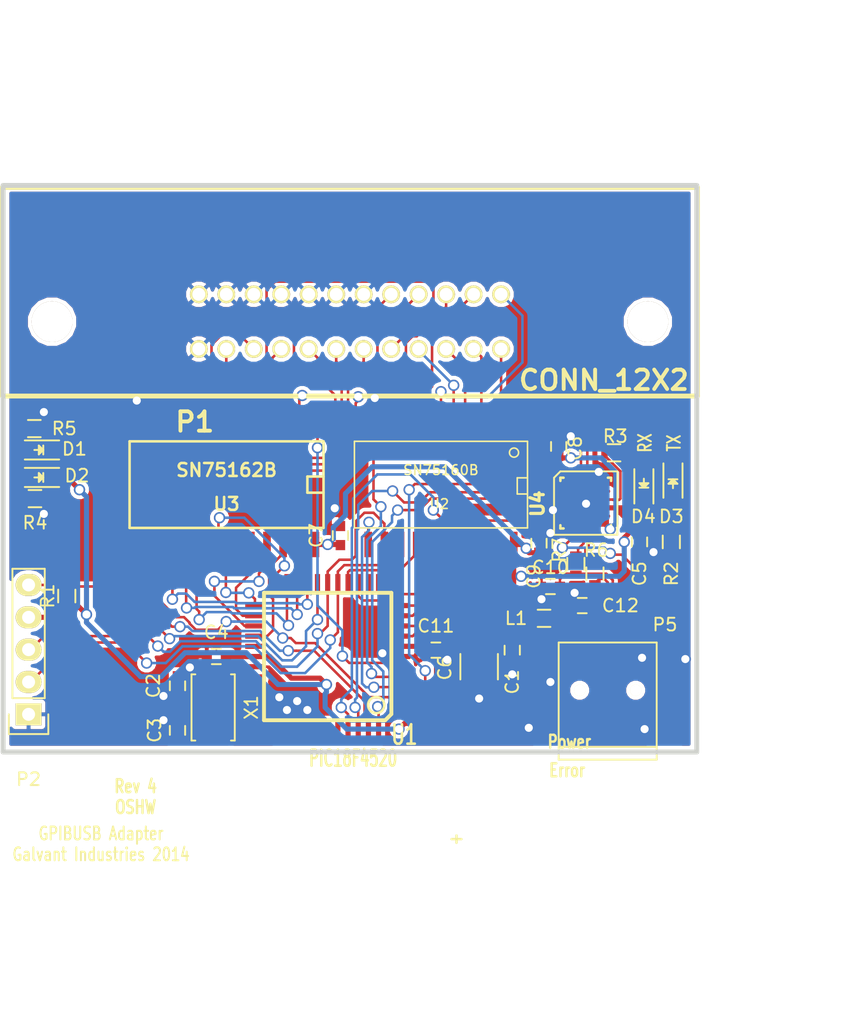
<source format=kicad_pcb>
(kicad_pcb (version 4) (host pcbnew 4.1.0-alpha+201605091531+6781~44~ubuntu15.10.1-product)
  (title_block (title "USB to GPIB Adapter") (date "17 mar 2013") (rev RevB) (company "Steven Casagrande"))
  (layers (0 Component signal) (31 Copper signal) (34 B.Paste user) (35 F.Paste user) (36 B.SilkS user) (37 F.SilkS user) (38 B.Mask user) (39 F.Mask user) (44 Edge.Cuts user))
  (net 0 "")
  (net 1 3V3OUT)
  (net 2 ATN)
  (net 3 DAV)
  (net 4 DC)
  (net 5 DGND)
  (net 6 DIO1)
  (net 7 DIO2)
  (net 8 DIO3)
  (net 9 DIO4)
  (net 10 DIO5)
  (net 11 DIO6)
  (net 12 DIO7)
  (net 13 DIO8)
  (net 14 EOI)
  (net 15 ERROR_LED)
  (net 16 FTDI_CTS)
  (net 17 FTDI_RTS)
  (net 18 FTDI_RXI)
  (net 19 FTDI_TXO)
  (net 20 G_ATN)
  (net 21 G_DAV)
  (net 22 G_DIO1)
  (net 23 G_DIO2)
  (net 24 G_DIO3)
  (net 25 G_DIO4)
  (net 26 G_DIO5)
  (net 27 G_DIO6)
  (net 28 G_DIO7)
  (net 29 G_DIO8)
  (net 30 G_EOI)
  (net 31 G_IFC)
  (net 32 G_NDAC)
  (net 33 G_NRFD)
  (net 34 G_REN)
  (net 35 G_SRQ)
  (net 36 IFC)
  (net 37 NDAC)
  (net 38 NRFD)
  (net 39 "Net-(C2-Pad1)")
  (net 40 "Net-(C3-Pad2)")
  (net 41 "Net-(D1-Pad2)")
  (net 42 "Net-(D2-Pad2)")
  (net 43 "Net-(D3-Pad2)")
  (net 44 "Net-(D4-Pad2)")
  (net 45 PE)
  (net 46 REN)
  (net 47 RX_LED)
  (net 48 SC)
  (net 49 SRQ)
  (net 50 TE)
  (net 51 TX_LED)
  (net 52 VCC)
  (net 53 "Net-(L1-Pad2)")
  (net 54 "Net-(P2-Pad5)")
  (net 55 /mUSB_P)
  (net 56 /mUSB_N)
  (net 57 USB_D_N)
  (net 58 USB_D_P)
  (module QFN24 (layer Component) (at 169.3 98.5 90)
    (fp_text reference U4 (at 0 -3.81 90) (layer F.SilkS) (effects (font (size 1.00076 1.00076) (thickness 0.3048))))
    (fp_text value FT230X hide)
    (pad 17 smd rect (at 0 0) (size 2 2) (layers Component F.Paste F.Mask) (net 5 DGND))
    (pad 16 smd oval (at 1.6 -0.975 270) (size 0.6 0.3) (layers Component F.Paste F.Mask) (net 17 FTDI_RTS))
    (pad 15 smd oval (at 1.6 -0.325 270) (size 0.6 0.3) (layers Component F.Paste F.Mask) (net 19 FTDI_TXO))
    (pad 14 smd oval (at 1.6 0.325 270) (size 0.6 0.3) (layers Component F.Paste F.Mask))
    (pad 13 smd oval (at 1.6 0.975 270) (size 0.6 0.3) (layers Component F.Paste F.Mask) (net 5 DGND))
    (pad 12 smd oval (at 0.975 1.6 270) (size 0.3 0.6) (layers Component F.Paste F.Mask))
    (pad 11 smd oval (at 0.325 1.6 270) (size 0.3 0.6) (layers Component F.Paste F.Mask) (net 47 RX_LED))
    (pad 10 smd oval (at -0.325 1.6 180) (size 0.6 0.3) (layers Component F.Paste F.Mask) (net 52 VCC))
    (pad 9 smd oval (at -0.975 1.6 180) (size 0.6 0.3) (layers Component F.Paste F.Mask) (net 1 3V3OUT))
    (pad 8 smd oval (at -1.6 0.975 180) (size 0.3 0.6) (layers Component F.Paste F.Mask) (net 1 3V3OUT))
    (pad 7 smd oval (at -1.6 0.325 180) (size 0.3 0.6) (layers Component F.Paste F.Mask) (net 57 USB_D_N))
    (pad 6 smd oval (at -1.6 -0.325 180) (size 0.3 0.6) (layers Component F.Paste F.Mask) (net 58 USB_D_P))
    (pad 5 smd oval (at -1.6 -0.975 180) (size 0.3 0.6) (layers Component F.Paste F.Mask) (net 51 TX_LED))
    (pad 4 smd oval (at -0.975 -1.6 90) (size 0.3 0.6) (layers Component F.Paste F.Mask) (net 16 FTDI_CTS))
    (pad 3 smd oval (at -0.325 -1.6 90) (size 0.3 0.6) (layers Component F.Paste F.Mask) (net 5 DGND))
    (pad 2 smd oval (at 0.325 -1.6 90) (size 0.3 0.6) (layers Component F.Paste F.Mask) (net 18 FTDI_RXI))
    (pad 1 smd oval (at 0.975 -1.6 90) (size 0.3 0.6) (layers Component F.Paste F.Mask) (net 1 3V3OUT))
  )
  (module SOIC24 (layer Component) (at 141.055 97 180)
    (fp_text reference U3 (at 0 -1.524 180) (layer F.SilkS) (effects (font (size 1.016 1.016) (thickness 0.2032))))
    (fp_text value SN75162B (at 0 1.143 180) (layer F.SilkS) (effects (font (size 1.016 1.016) (thickness 0.2032))))
    (pad 1 smd rect (at -6.985 4.7 180) (size 0.6 2) (layers Component F.Paste F.Mask) (net 48 SC))
    (pad 2 smd rect (at -5.715 4.7 180) (size 0.6 2) (layers Component F.Paste F.Mask) (net 50 TE))
    (pad 3 smd rect (at -4.445 4.7 180) (size 0.6 2) (layers Component F.Paste F.Mask) (net 34 G_REN))
    (pad 4 smd rect (at -3.175 4.7 180) (size 0.6 2) (layers Component F.Paste F.Mask) (net 31 G_IFC))
    (pad 5 smd rect (at -1.905 4.7 180) (size 0.6 2) (layers Component F.Paste F.Mask) (net 32 G_NDAC))
    (pad 6 smd rect (at -0.635 4.7 180) (size 0.6 2) (layers Component F.Paste F.Mask) (net 33 G_NRFD))
    (pad 7 smd rect (at 0.635 4.7 180) (size 0.6 2) (layers Component F.Paste F.Mask) (net 21 G_DAV))
    (pad 8 smd rect (at 1.905 4.7 180) (size 0.6 2) (layers Component F.Paste F.Mask) (net 30 G_EOI))
    (pad 9 smd rect (at 3.175 4.7 180) (size 0.6 2) (layers Component F.Paste F.Mask) (net 20 G_ATN))
    (pad 10 smd rect (at 4.445 4.7 180) (size 0.6 2) (layers Component F.Paste F.Mask) (net 35 G_SRQ))
    (pad 11 smd rect (at 5.715 4.7 180) (size 0.6 2) (layers Component F.Paste F.Mask))
    (pad 12 smd rect (at 7.112 4.7 180) (size 0.6 2) (layers Component F.Paste F.Mask) (net 5 DGND))
    (pad 24 smd rect (at -6.985 -4.7 180) (size 0.6 2) (layers Component F.Paste F.Mask) (net 52 VCC))
    (pad 23 smd rect (at -5.715 -4.7 180) (size 0.6 2) (layers Component F.Paste F.Mask))
    (pad 22 smd rect (at -4.445 -4.7 180) (size 0.6 2) (layers Component F.Paste F.Mask) (net 46 REN))
    (pad 21 smd rect (at -3.175 -4.7 180) (size 0.6 2) (layers Component F.Paste F.Mask) (net 36 IFC))
    (pad 20 smd rect (at -1.905 -4.7 180) (size 0.6 2) (layers Component F.Paste F.Mask) (net 37 NDAC))
    (pad 19 smd rect (at -0.635 -4.7 180) (size 0.6 2) (layers Component F.Paste F.Mask) (net 38 NRFD))
    (pad 18 smd rect (at 0.635 -4.7 180) (size 0.6 2) (layers Component F.Paste F.Mask) (net 3 DAV))
    (pad 17 smd rect (at 1.905 -4.7 180) (size 0.6 2) (layers Component F.Paste F.Mask) (net 14 EOI))
    (pad 16 smd rect (at 3.175 -4.7 180) (size 0.6 2) (layers Component F.Paste F.Mask) (net 2 ATN))
    (pad 15 smd rect (at 4.445 -4.7 180) (size 0.6 2) (layers Component F.Paste F.Mask) (net 49 SRQ))
    (pad 14 smd rect (at 5.715 -4.7 180) (size 0.6 2) (layers Component F.Paste F.Mask))
    (pad 13 smd rect (at 6.985 -4.7 180) (size 0.6 2) (layers Component F.Paste F.Mask) (net 4 DC))
  )
  (module SSOP28 (layer Component) (at 157.9 97 180)
    (fp_text reference U2 (at 0.127 -1.524 180) (layer F.SilkS) (effects (font (size 0.762 0.762) (thickness 0.127))))
    (fp_text value SN75160B (at 0 1.143 180) (layer F.SilkS) (effects (font (size 0.762 0.762) (thickness 0.127))))
    (pad 1 smd rect (at -5.715 4.7 180) (size 0.6 2) (layers Component F.Paste F.Mask) (net 50 TE))
    (pad 2 smd rect (at -4.445 4.7 180) (size 0.6 2) (layers Component F.Paste F.Mask) (net 22 G_DIO1))
    (pad 3 smd rect (at -3.175 4.7 180) (size 0.6 2) (layers Component F.Paste F.Mask) (net 23 G_DIO2))
    (pad 4 smd rect (at -1.905 4.7 180) (size 0.6 2) (layers Component F.Paste F.Mask) (net 24 G_DIO3))
    (pad 5 smd rect (at -0.635 4.7 180) (size 0.6 2) (layers Component F.Paste F.Mask) (net 25 G_DIO4))
    (pad 6 smd rect (at 0.635 4.7 180) (size 0.6 2) (layers Component F.Paste F.Mask) (net 26 G_DIO5))
    (pad 7 smd rect (at 1.905 4.7 180) (size 0.6 2) (layers Component F.Paste F.Mask) (net 27 G_DIO6))
    (pad 8 smd rect (at 3.175 4.7 180) (size 0.6 2) (layers Component F.Paste F.Mask) (net 28 G_DIO7))
    (pad 9 smd rect (at 4.445 4.7 180) (size 0.6 2) (layers Component F.Paste F.Mask) (net 29 G_DIO8))
    (pad 10 smd rect (at 5.715 4.7 180) (size 0.6 2) (layers Component F.Paste F.Mask) (net 5 DGND))
    (pad 11 smd rect (at 5.715 -4.7) (size 0.6 2) (layers Component F.Paste F.Mask) (net 45 PE))
    (pad 12 smd rect (at 4.445 -4.7) (size 0.6 2) (layers Component F.Paste F.Mask) (net 13 DIO8))
    (pad 13 smd rect (at 3.175 -4.7) (size 0.6 2) (layers Component F.Paste F.Mask) (net 12 DIO7))
    (pad 14 smd rect (at 1.905 -4.7) (size 0.6 2) (layers Component F.Paste F.Mask) (net 11 DIO6))
    (pad 15 smd rect (at 0.635 -4.7 180) (size 0.6 2) (layers Component F.Paste F.Mask) (net 10 DIO5))
    (pad 16 smd rect (at -0.635 -4.7 180) (size 0.6 2) (layers Component F.Paste F.Mask) (net 9 DIO4))
    (pad 17 smd rect (at -1.905 -4.7 180) (size 0.6 2) (layers Component F.Paste F.Mask) (net 8 DIO3))
    (pad 18 smd rect (at -3.175 -4.7 180) (size 0.6 2) (layers Component F.Paste F.Mask) (net 7 DIO2))
    (pad 19 smd rect (at -4.445 -4.7 180) (size 0.6 2) (layers Component F.Paste F.Mask) (net 6 DIO1))
    (pad 20 smd rect (at -5.715 -4.7 180) (size 0.6 2) (layers Component F.Paste F.Mask) (net 52 VCC))
  )
  (module TQFP44 (layer Component) (at 149 110.5 180)
    (fp_text reference U1 (at -6.02488 -6.14934 180) (layer F.SilkS) (effects (font (size 1.524 1.016) (thickness 0.2032))))
    (fp_text value PIC18F4520 (at -2 -8 180) (layer F.SilkS) (effects (font (size 1.27 0.762) (thickness 0.1905))))
    (pad 39 smd rect (at 0 -5.715 180) (size 0.4064 1.524) (layers Component F.Paste F.Mask))
    (pad 40 smd rect (at -0.8001 -5.715 180) (size 0.4064 1.524) (layers Component F.Paste F.Mask))
    (pad 41 smd rect (at -1.6002 -5.715 180) (size 0.4064 1.524) (layers Component F.Paste F.Mask) (net 16 FTDI_CTS))
    (pad 42 smd rect (at -2.4003 -5.715 180) (size 0.4064 1.524) (layers Component F.Paste F.Mask) (net 17 FTDI_RTS))
    (pad 43 smd rect (at -3.2004 -5.715 180) (size 0.4064 1.524) (layers Component F.Paste F.Mask) (net 15 ERROR_LED))
    (pad 44 smd rect (at -4.0005 -5.715 180) (size 0.4064 1.524) (layers Component F.Paste F.Mask) (net 18 FTDI_RXI))
    (pad 38 smd rect (at 0.8001 -5.715 180) (size 0.4064 1.524) (layers Component F.Paste F.Mask))
    (pad 37 smd rect (at 1.6002 -5.715 180) (size 0.4064 1.524) (layers Component F.Paste F.Mask) (net 5 DGND))
    (pad 36 smd rect (at 2.4003 -5.715 180) (size 0.4064 1.524) (layers Component F.Paste F.Mask) (net 5 DGND))
    (pad 35 smd rect (at 3.2004 -5.715 180) (size 0.4064 1.524) (layers Component F.Paste F.Mask) (net 5 DGND))
    (pad 34 smd rect (at 4.0005 -5.715 180) (size 0.4064 1.524) (layers Component F.Paste F.Mask))
    (pad 17 smd rect (at 0 5.715 180) (size 0.4064 1.524) (layers Component F.Paste F.Mask) (net 13 DIO8))
    (pad 16 smd rect (at -0.8001 5.715 180) (size 0.4064 1.524) (layers Component F.Paste F.Mask) (net 12 DIO7))
    (pad 15 smd rect (at -1.6002 5.715 180) (size 0.4064 1.524) (layers Component F.Paste F.Mask) (net 11 DIO6))
    (pad 14 smd rect (at -2.4003 5.715 180) (size 0.4064 1.524) (layers Component F.Paste F.Mask) (net 10 DIO5))
    (pad 13 smd rect (at -3.2004 5.715 180) (size 0.4064 1.524) (layers Component F.Paste F.Mask))
    (pad 12 smd rect (at -4.0005 5.715 180) (size 0.4064 1.524) (layers Component F.Paste F.Mask))
    (pad 18 smd rect (at 0.8001 5.715 180) (size 0.4064 1.524) (layers Component F.Paste F.Mask) (net 54 "Net-(P2-Pad5)"))
    (pad 19 smd rect (at 1.6002 5.715 180) (size 0.4064 1.524) (layers Component F.Paste F.Mask) (net 49 SRQ))
    (pad 20 smd rect (at 2.4003 5.715 180) (size 0.4064 1.524) (layers Component F.Paste F.Mask) (net 2 ATN))
    (pad 21 smd rect (at 3.2004 5.715 180) (size 0.4064 1.524) (layers Component F.Paste F.Mask) (net 14 EOI))
    (pad 22 smd rect (at 4.0005 5.715 180) (size 0.4064 1.524) (layers Component F.Paste F.Mask) (net 3 DAV))
    (pad 6 smd rect (at -5.715 0 180) (size 1.524 0.4064) (layers Component F.Paste F.Mask) (net 5 DGND))
    (pad 28 smd rect (at 5.715 0 180) (size 1.524 0.4064) (layers Component F.Paste F.Mask) (net 52 VCC))
    (pad 7 smd rect (at -5.715 0.8001 180) (size 1.524 0.4064) (layers Component F.Paste F.Mask) (net 52 VCC))
    (pad 27 smd rect (at 5.715 0.8001 180) (size 1.524 0.4064) (layers Component F.Paste F.Mask))
    (pad 26 smd rect (at 5.715 1.6002 180) (size 1.524 0.4064) (layers Component F.Paste F.Mask) (net 46 REN))
    (pad 8 smd rect (at -5.715 1.6002 180) (size 1.524 0.4064) (layers Component F.Paste F.Mask) (net 6 DIO1))
    (pad 9 smd rect (at -5.715 2.4003 180) (size 1.524 0.4064) (layers Component F.Paste F.Mask) (net 7 DIO2))
    (pad 25 smd rect (at 5.715 2.4003 180) (size 1.524 0.4064) (layers Component F.Paste F.Mask) (net 36 IFC))
    (pad 24 smd rect (at 5.715 3.2004 180) (size 1.524 0.4064) (layers Component F.Paste F.Mask) (net 37 NDAC))
    (pad 10 smd rect (at -5.715 3.2004 180) (size 1.524 0.4064) (layers Component F.Paste F.Mask) (net 8 DIO3))
    (pad 11 smd rect (at -5.715 4.0005 180) (size 1.524 0.4064) (layers Component F.Paste F.Mask) (net 9 DIO4))
    (pad 23 smd rect (at 5.715 4.0005 180) (size 1.524 0.4064) (layers Component F.Paste F.Mask) (net 38 NRFD))
    (pad 29 smd rect (at 5.715 -0.8001 180) (size 1.524 0.4064) (layers Component F.Paste F.Mask) (net 5 DGND))
    (pad 5 smd rect (at -5.715 -0.8001 180) (size 1.524 0.4064) (layers Component F.Paste F.Mask) (net 48 SC))
    (pad 4 smd rect (at -5.715 -1.6002 180) (size 1.524 0.4064) (layers Component F.Paste F.Mask) (net 50 TE))
    (pad 30 smd rect (at 5.715 -1.6002 180) (size 1.524 0.4064) (layers Component F.Paste F.Mask) (net 39 "Net-(C2-Pad1)"))
    (pad 31 smd rect (at 5.715 -2.4003 180) (size 1.524 0.4064) (layers Component F.Paste F.Mask) (net 40 "Net-(C3-Pad2)"))
    (pad 3 smd rect (at -5.715 -2.4003 180) (size 1.524 0.4064) (layers Component F.Paste F.Mask) (net 45 PE))
    (pad 2 smd rect (at -5.715 -3.2004 180) (size 1.524 0.4064) (layers Component F.Paste F.Mask) (net 4 DC))
    (pad 32 smd rect (at 5.715 -3.2004 180) (size 1.524 0.4064) (layers Component F.Paste F.Mask) (net 5 DGND))
    (pad 33 smd rect (at 5.715 -4.0005 180) (size 1.524 0.4064) (layers Component F.Paste F.Mask))
    (pad 1 smd rect (at -5.715 -4.0005 180) (size 1.524 0.4064) (layers Component F.Paste F.Mask) (net 19 FTDI_TXO))
  )
  (module Connect:USB_Mini-B (layer Component) (at 171 114 90)
    (fp_text reference P5 (at 6 4.5 180) (layer F.SilkS))
    (fp_text value USB_OTG)
    (pad 1 smd rect (at 3.44932 -1.6002 90) (size 2.30124 0.50038) (layers Component F.Paste F.Mask) (net 53 "Net-(L1-Pad2)"))
    (pad 2 smd rect (at 3.44932 -0.8001 90) (size 2.30124 0.50038) (layers Component F.Paste F.Mask) (net 56 /mUSB_N))
    (pad 3 smd rect (at 3.44932 0 90) (size 2.30124 0.50038) (layers Component F.Paste F.Mask) (net 55 /mUSB_P))
    (pad 4 smd rect (at 3.44932 0.8001 90) (size 2.30124 0.50038) (layers Component F.Paste F.Mask))
    (pad 5 smd rect (at 3.44932 1.6002 90) (size 2.30124 0.50038) (layers Component F.Paste F.Mask) (net 5 DGND))
    (pad 6 smd rect (at 3.35026 -4.45008 90) (size 2.49936 1.99898) (layers Component F.Paste F.Mask) (net 5 DGND))
    (pad 6 smd rect (at -2.14884 -4.45008 90) (size 2.49936 1.99898) (layers Component F.Paste F.Mask) (net 5 DGND))
    (pad 6 smd rect (at 3.35026 4.45008 90) (size 2.49936 1.99898) (layers Component F.Paste F.Mask) (net 5 DGND))
    (pad 6 smd rect (at -2.14884 4.45008 90) (size 2.49936 1.99898) (layers Component F.Paste F.Mask) (net 5 DGND))
    (pad "" np_thru_hole circle (at 0.8509 -2.19964 90) (size 0.89916 0.89916) (drill 0.89916) (layers *.Cu *.Mask F.SilkS))
    (pad "" np_thru_hole circle (at 0.8509 2.19964 90) (size 0.89916 0.89916) (drill 0.89916) (layers *.Cu *.Mask F.SilkS))
  )
  (module Resistors_SMD:R_0603 (layer Component) (at 171.5 94.5)
    (fp_text reference R3 (at 0.1 -1.3) (layer F.SilkS))
    (fp_text value "270 ohm")
    (pad 1 smd rect (at -0.75 0) (size 0.5 0.9) (layers Component F.Paste F.Mask) (net 47 RX_LED))
    (pad 2 smd rect (at 0.75 0) (size 0.5 0.9) (layers Component F.Paste F.Mask) (net 44 "Net-(D4-Pad2)"))
  )
  (module Resistors_SMD:R_0603 (layer Component) (at 126 98.1 180)
    (fp_text reference R4 (at 0 -1.9 180) (layer F.SilkS))
    (fp_text value "270 ohm")
    (pad 1 smd rect (at -0.75 0 180) (size 0.5 0.9) (layers Component F.Paste F.Mask) (net 5 DGND))
    (pad 2 smd rect (at 0.75 0 180) (size 0.5 0.9) (layers Component F.Paste F.Mask) (net 42 "Net-(D2-Pad2)"))
  )
  (module Resistors_SMD:R_0603 (layer Component) (at 125.95 92.6 180)
    (fp_text reference R5 (at -2.35 0 180) (layer F.SilkS))
    (fp_text value "270 ohm")
    (pad 1 smd rect (at -0.75 0 180) (size 0.5 0.9) (layers Component F.Paste F.Mask) (net 5 DGND))
    (pad 2 smd rect (at 0.75 0 180) (size 0.5 0.9) (layers Component F.Paste F.Mask) (net 41 "Net-(D1-Pad2)"))
  )
  (module Resistors_SMD:R_0603 (layer Component) (at 170 104 90)
    (fp_text reference R6 (at 1.85 0.1 180) (layer F.SilkS))
    (fp_text value "27 ohm")
    (pad 1 smd rect (at -0.75 0 90) (size 0.5 0.9) (layers Component F.Paste F.Mask) (net 56 /mUSB_N))
    (pad 2 smd rect (at 0.75 0 90) (size 0.5 0.9) (layers Component F.Paste F.Mask) (net 57 USB_D_N))
  )
  (module Resistors_SMD:R_0603 (layer Component) (at 168.5 103.25 90)
    (fp_text reference R7 (at 1.1 -1.3 270) (layer F.SilkS))
    (fp_text value "27 ohm")
    (pad 1 smd rect (at -0.75 0 90) (size 0.5 0.9) (layers Component F.Paste F.Mask) (net 55 /mUSB_P))
    (pad 2 smd rect (at 0.75 0 90) (size 0.5 0.9) (layers Component F.Paste F.Mask) (net 58 USB_D_P))
  )
  (module Capacitors_SMD:C_0603 (layer Component) (at 163.5 110 270)
    (fp_text reference C1 (at 2.5 0 270) (layer F.SilkS))
    (fp_text value 100nF)
    (pad 1 smd rect (at -0.75 0 270) (size 0.8 0.75) (layers Component F.Paste F.Mask) (net 52 VCC))
    (pad 2 smd rect (at 0.75 0 270) (size 0.8 0.75) (layers Component F.Paste F.Mask) (net 5 DGND))
  )
  (module Capacitors_SMD:C_0603 (layer Component) (at 137.2 112.8 270)
    (fp_text reference C2 (at 0 1.9 270) (layer F.SilkS))
    (fp_text value 18pF)
    (pad 1 smd rect (at -0.75 0 270) (size 0.8 0.75) (layers Component F.Paste F.Mask) (net 39 "Net-(C2-Pad1)"))
    (pad 2 smd rect (at 0.75 0 270) (size 0.8 0.75) (layers Component F.Paste F.Mask) (net 5 DGND))
  )
  (module Capacitors_SMD:C_0603 (layer Component) (at 137.2 116.3 270)
    (fp_text reference C3 (at 0 1.8 270) (layer F.SilkS))
    (fp_text value 18pF)
    (pad 1 smd rect (at -0.75 0 270) (size 0.8 0.75) (layers Component F.Paste F.Mask) (net 5 DGND))
    (pad 2 smd rect (at 0.75 0 270) (size 0.8 0.75) (layers Component F.Paste F.Mask) (net 40 "Net-(C3-Pad2)"))
  )
  (module Capacitors_SMD:C_0603 (layer Component) (at 140.25 110.5)
    (fp_text reference C4 (at 0 -1.9) (layer F.SilkS))
    (fp_text value 100nF)
    (pad 1 smd rect (at -0.75 0) (size 0.8 0.75) (layers Component F.Paste F.Mask) (net 5 DGND))
    (pad 2 smd rect (at 0.75 0) (size 0.8 0.75) (layers Component F.Paste F.Mask) (net 52 VCC))
  )
  (module Capacitors_SMD:C_0603 (layer Component) (at 173.5 101.5 270)
    (fp_text reference C5 (at 2.5 0 270) (layer F.SilkS))
    (fp_text value 100nF)
    (pad 1 smd rect (at -0.75 0 270) (size 0.8 0.75) (layers Component F.Paste F.Mask) (net 52 VCC))
    (pad 2 smd rect (at 0.75 0 270) (size 0.8 0.75) (layers Component F.Paste F.Mask) (net 5 DGND))
  )
  (module Capacitors_SMD:C_1210 (layer Component) (at 160.9 111.3 270)
    (fp_text reference C6 (at 0.1 2.7 270) (layer F.SilkS))
    (fp_text value 4.7uF)
    (pad 1 smd rect (at -1.5 0 270) (size 1 2.5) (layers Component F.Paste F.Mask) (net 52 VCC))
    (pad 2 smd rect (at 1.5 0 270) (size 1 2.5) (layers Component F.Paste F.Mask) (net 5 DGND))
  )
  (module Capacitors_SMD:C_0603 (layer Component) (at 150 101 90)
    (fp_text reference C7 (at 0 -1.9 90) (layer F.SilkS))
    (fp_text value 100nF)
    (pad 1 smd rect (at -0.75 0 90) (size 0.8 0.75) (layers Component F.Paste F.Mask) (net 52 VCC))
    (pad 2 smd rect (at 0.75 0 90) (size 0.8 0.75) (layers Component F.Paste F.Mask) (net 5 DGND))
  )
  (module Capacitors_SMD:C_0603 (layer Component) (at 167.15 94 90)
    (fp_text reference C8 (at -0.15 1.3 90) (layer F.SilkS))
    (fp_text value 10nF)
    (pad 1 smd rect (at -0.75 0 90) (size 0.8 0.75) (layers Component F.Paste F.Mask) (net 1 3V3OUT))
    (pad 2 smd rect (at 0.75 0 90) (size 0.8 0.75) (layers Component F.Paste F.Mask) (net 5 DGND))
  )
  (module Capacitors_SMD:C_0603 (layer Component) (at 165.6 101.6 90)
    (fp_text reference C9 (at -2.6 -0.4 90) (layer F.SilkS))
    (fp_text value 100nF)
    (pad 1 smd rect (at -0.75 0 90) (size 0.8 0.75) (layers Component F.Paste F.Mask) (net 52 VCC))
    (pad 2 smd rect (at 0.75 0 90) (size 0.8 0.75) (layers Component F.Paste F.Mask) (net 5 DGND))
  )
  (module Capacitors_SMD:C_0603 (layer Component) (at 166.5 105 180)
    (fp_text reference C10 (at 0 1.5 180) (layer F.SilkS))
    (fp_text value 47pF)
    (pad 1 smd rect (at -0.75 0 180) (size 0.8 0.75) (layers Component F.Paste F.Mask) (net 55 /mUSB_P))
    (pad 2 smd rect (at 0.75 0 180) (size 0.8 0.75) (layers Component F.Paste F.Mask) (net 5 DGND))
  )
  (module Capacitors_SMD:C_0603 (layer Component) (at 157.5 110)
    (fp_text reference C11 (at 0 -1.9) (layer F.SilkS))
    (fp_text value 10nF)
    (pad 1 smd rect (at -0.75 0) (size 0.8 0.75) (layers Component F.Paste F.Mask) (net 52 VCC))
    (pad 2 smd rect (at 0.75 0) (size 0.8 0.75) (layers Component F.Paste F.Mask) (net 5 DGND))
  )
  (module Capacitors_SMD:C_0603 (layer Component) (at 169 106.5 180)
    (fp_text reference C12 (at -3 0 180) (layer F.SilkS))
    (fp_text value 47pF)
    (pad 1 smd rect (at -0.75 0 180) (size 0.8 0.75) (layers Component F.Paste F.Mask) (net 56 /mUSB_N))
    (pad 2 smd rect (at 0.75 0 180) (size 0.8 0.75) (layers Component F.Paste F.Mask) (net 5 DGND))
  )
  (module LEDs:LED_0805 (layer Component) (at 126.3035 94.278 180)
    (fp_text reference D1 (at -2.7965 0.078 180) (layer F.SilkS))
    (fp_text value LED)
    (pad 2 smd rect (at 1.04902 0) (size 1.19888 1.19888) (layers Component F.Paste F.Mask) (net 41 "Net-(D1-Pad2)"))
    (pad 1 smd rect (at -1.04902 0) (size 1.19888 1.19888) (layers Component F.Paste F.Mask) (net 15 ERROR_LED))
  )
  (module LEDs:LED_0805 (layer Component) (at 126.3035 96.437 180)
    (fp_text reference D2 (at -2.9965 0.137 180) (layer F.SilkS))
    (fp_text value LED)
    (pad 2 smd rect (at 1.04902 0) (size 1.19888 1.19888) (layers Component F.Paste F.Mask) (net 42 "Net-(D2-Pad2)"))
    (pad 1 smd rect (at -1.04902 0) (size 1.19888 1.19888) (layers Component F.Paste F.Mask) (net 52 VCC))
  )
  (module LEDs:LED_0805 (layer Component) (at 176.12924 96.93124 270)
    (fp_text reference D3 (at 2.56876 0.12924) (layer F.SilkS))
    (fp_text value LED)
    (pad 2 smd rect (at 1.04902 0 90) (size 1.19888 1.19888) (layers Component F.Paste F.Mask) (net 43 "Net-(D3-Pad2)"))
    (pad 1 smd rect (at -1.04902 0 90) (size 1.19888 1.19888) (layers Component F.Paste F.Mask) (net 52 VCC))
  )
  (module LEDs:LED_0805 (layer Component) (at 173.84324 96.88552 90)
    (fp_text reference D4 (at -2.61448 -0.04324 180) (layer F.SilkS))
    (fp_text value LED)
    (pad 2 smd rect (at 1.04902 0 270) (size 1.19888 1.19888) (layers Component F.Paste F.Mask) (net 44 "Net-(D4-Pad2)"))
    (pad 1 smd rect (at -1.04902 0 270) (size 1.19888 1.19888) (layers Component F.Paste F.Mask) (net 52 VCC))
  )
  (module Resistors_SMD:R_0603 (layer Component) (at 166 107.5)
    (fp_text reference L1 (at -2.2 0) (layer F.SilkS))
    (fp_text value INDUCTOR_SMALL)
    (pad 1 smd rect (at -0.75 0) (size 0.5 0.9) (layers Component F.Paste F.Mask) (net 52 VCC))
    (pad 2 smd rect (at 0.75 0) (size 0.5 0.9) (layers Component F.Paste F.Mask) (net 53 "Net-(L1-Pad2)"))
  )
  (module gpib_conn_male:gpib_conn_male (layer Component) (at 150.749 84.201 180)
    (fp_text reference P1 (at 12.192 -7.874 180) (layer F.SilkS) (effects (font (thickness 0.3048))))
    (fp_text value CONN_12X2 (at -19.951 -4.599 180) (layer F.SilkS) (effects (font (thickness 0.3048))))
    (pad 6 thru_hole circle (at -1.0795 -2.1463 180) (size 1.397 1.397) (drill 1.016) (layers *.Cu *.Mask F.SilkS) (net 21 G_DAV))
    (pad 5 thru_hole circle (at -3.2385 -2.1463 180) (size 1.397 1.397) (drill 1.016) (layers *.Cu *.Mask F.SilkS) (net 30 G_EOI))
    (pad 8 thru_hole circle (at 3.2385 -2.1463 180) (size 1.397 1.397) (drill 1.016) (layers *.Cu *.Mask F.SilkS) (net 32 G_NDAC))
    (pad 7 thru_hole circle (at 1.0795 -2.1463 180) (size 1.397 1.397) (drill 1.016) (layers *.Cu *.Mask F.SilkS) (net 33 G_NRFD))
    (pad 18 thru_hole circle (at -1.0795 2.1463 180) (size 1.397 1.397) (drill 1.016) (layers *.Cu *.Mask F.SilkS) (net 5 DGND))
    (pad 19 thru_hole circle (at 1.0795 2.1463 180) (size 1.397 1.397) (drill 1.016) (layers *.Cu *.Mask F.SilkS) (net 5 DGND))
    (pad 20 thru_hole circle (at 3.2385 2.1463 180) (size 1.397 1.397) (drill 1.016) (layers *.Cu *.Mask F.SilkS) (net 5 DGND))
    (pad 17 thru_hole circle (at -3.2385 2.1463 180) (size 1.397 1.397) (drill 1.016) (layers *.Cu *.Mask F.SilkS) (net 34 G_REN))
    (pad 9 thru_hole circle (at 5.3975 -2.1463 180) (size 1.397 1.397) (drill 1.016) (layers *.Cu *.Mask F.SilkS) (net 31 G_IFC))
    (pad 10 thru_hole circle (at 7.5565 -2.1463 180) (size 1.397 1.397) (drill 1.016) (layers *.Cu *.Mask F.SilkS) (net 35 G_SRQ))
    (pad 11 thru_hole circle (at 9.7155 -2.1463 180) (size 1.397 1.397) (drill 1.016) (layers *.Cu *.Mask F.SilkS) (net 20 G_ATN))
    (pad 12 thru_hole circle (at 11.8745 -2.1463 180) (size 1.397 1.397) (drill 1.016) (layers *.Cu *.Mask F.SilkS) (net 5 DGND))
    (pad 21 thru_hole circle (at 5.3975 2.1463 180) (size 1.397 1.397) (drill 1.016) (layers *.Cu *.Mask F.SilkS) (net 5 DGND))
    (pad 22 thru_hole circle (at 7.5565 2.1463 180) (size 1.397 1.397) (drill 1.016) (layers *.Cu *.Mask F.SilkS) (net 5 DGND))
    (pad 23 thru_hole circle (at 9.7155 2.1463 180) (size 1.397 1.397) (drill 1.016) (layers *.Cu *.Mask F.SilkS) (net 5 DGND))
    (pad 24 thru_hole circle (at 11.8745 2.1463 180) (size 1.397 1.397) (drill 1.016) (layers *.Cu *.Mask F.SilkS) (net 5 DGND))
    (pad 4 thru_hole circle (at -5.3975 -2.1463 180) (size 1.397 1.397) (drill 1.016) (layers *.Cu *.Mask F.SilkS) (net 25 G_DIO4))
    (pad 3 thru_hole circle (at -7.5565 -2.1463 180) (size 1.397 1.397) (drill 1.016) (layers *.Cu *.Mask F.SilkS) (net 24 G_DIO3))
    (pad 2 thru_hole circle (at -9.7155 -2.1463 180) (size 1.397 1.397) (drill 1.016) (layers *.Cu *.Mask F.SilkS) (net 23 G_DIO2))
    (pad 1 thru_hole circle (at -11.8745 -2.1463 180) (size 1.397 1.397) (drill 1.016) (layers *.Cu *.Mask F.SilkS) (net 22 G_DIO1))
    (pad 16 thru_hole circle (at -5.3975 2.1463 180) (size 1.397 1.397) (drill 1.016) (layers *.Cu *.Mask F.SilkS) (net 29 G_DIO8))
    (pad 15 thru_hole circle (at -7.5565 2.1463 180) (size 1.397 1.397) (drill 1.016) (layers *.Cu *.Mask F.SilkS) (net 28 G_DIO7))
    (pad 14 thru_hole circle (at -9.7155 2.1463 180) (size 1.397 1.397) (drill 1.016) (layers *.Cu *.Mask F.SilkS) (net 27 G_DIO6))
    (pad 13 thru_hole circle (at -11.8745 2.1463 180) (size 1.397 1.397) (drill 1.016) (layers *.Cu *.Mask F.SilkS) (net 26 G_DIO5))
    (pad 25 thru_hole circle (at -23.4061 0 180) (size 3.2004 3.2004) (drill 3.2004) (layers *.Cu *.Mask F.SilkS))
    (pad 26 thru_hole circle (at 23.4061 0 180) (size 3.2004 3.2004) (drill 3.2004) (layers *.Cu *.Mask F.SilkS))
  )
  (module Pin_Headers:Pin_Header_Straight_1x05 (layer Component) (at 125.5 115.04 180)
    (fp_text reference P2 (at 0 -5.1 180) (layer F.SilkS))
    (fp_text value CONN_01X05)
    (pad 1 thru_hole rect (at 0 0 180) (size 2.032 1.7272) (drill 1.016) (layers *.Cu *.Mask F.SilkS) (net 5 DGND))
    (pad 2 thru_hole oval (at 0 2.54 180) (size 2.032 1.7272) (drill 1.016) (layers *.Cu *.Mask F.SilkS) (net 12 DIO7))
    (pad 3 thru_hole oval (at 0 5.08 180) (size 2.032 1.7272) (drill 1.016) (layers *.Cu *.Mask F.SilkS) (net 13 DIO8))
    (pad 4 thru_hole oval (at 0 7.62 180) (size 2.032 1.7272) (drill 1.016) (layers *.Cu *.Mask F.SilkS) (net 52 VCC))
    (pad 5 thru_hole oval (at 0 10.16 180) (size 2.032 1.7272) (drill 1.016) (layers *.Cu *.Mask F.SilkS) (net 54 "Net-(P2-Pad5)"))
  )
  (module Resistors_SMD:R_0603 (layer Component) (at 128.5 105.75 270)
    (fp_text reference R1 (at 0 1.5 270) (layer F.SilkS))
    (fp_text value 10k)
    (pad 1 smd rect (at -0.75 0 270) (size 0.5 0.9) (layers Component F.Paste F.Mask) (net 54 "Net-(P2-Pad5)"))
    (pad 2 smd rect (at 0.75 0 270) (size 0.5 0.9) (layers Component F.Paste F.Mask) (net 52 VCC))
  )
  (module Resistors_SMD:R_0603 (layer Component) (at 176 101.5 90)
    (fp_text reference R2 (at -2.5 0 90) (layer F.SilkS))
    (fp_text value "270 ohm")
    (pad 1 smd rect (at -0.75 0 90) (size 0.5 0.9) (layers Component F.Paste F.Mask) (net 51 TX_LED))
    (pad 2 smd rect (at 0.75 0 90) (size 0.5 0.9) (layers Component F.Paste F.Mask) (net 43 "Net-(D3-Pad2)"))
  )
  (module Crystals:ABM3 (layer Component) (at 140 114.5 270)
    (fp_text reference X1 (at 0 -3 270) (layer F.SilkS))
    (fp_text value CRYSTAL)
    (pad 2 smd rect (at 2.05 0 270) (size 1.9 2.4) (layers Component F.Paste F.Mask) (net 40 "Net-(C3-Pad2)"))
    (pad 1 smd rect (at -2.05 0 270) (size 1.9 2.4) (layers Component F.Paste F.Mask) (net 39 "Net-(C2-Pad1)"))
  )
  (gr_line (start 123.5 73.5) (end 178 73.5) (layer Edge.Cuts) (width 0.381))
  (gr_line (start 123.5 118) (end 123.5 73.5) (layer Edge.Cuts) (width 0.381))
  (gr_line (start 178 118) (end 123.5 118) (layer Edge.Cuts) (width 0.381))
  (gr_line (start 178 73.5) (end 178 118) (layer Edge.Cuts) (width 0.381))
  (gr_text TX (at 176.20892 93.73808 90) (layer F.SilkS) (effects (font (size 1.016 0.762) (thickness 0.1524))))
  (gr_text RX (at 173.93308 93.72792 90) (layer F.SilkS) (effects (font (size 1.016 0.762) (thickness 0.1524))))
  (gr_text Error (at 167.81676 119.44392) (layer F.SilkS) (effects (font (size 1.016 0.762) (thickness 0.1905))))
  (gr_text Power (at 167.98948 117.20364) (layer F.SilkS) (effects (font (size 1.016 0.762) (thickness 0.1905))))
  (gr_text + (at 159.1945 124.841 270) (layer F.SilkS) (effects (font (size 1.016 0.762) (thickness 0.1905))))
  (gr_text "GPIBUSB Adapter\nGalvant Industries 2014" (at 131.191 125.222) (layer F.SilkS) (effects (font (size 1.016 0.762) (thickness 0.1524))))
  (gr_text "Rev 4\nOSHW" (at 133.9088 121.5136) (layer F.SilkS) (effects (font (size 1.016 0.762) (thickness 0.1905))))
  (segment (start 168.1 94.9) (end 167.3 94.9) (width 0.4) (layer Component) (net 1))
  (segment (start 167.3 94.9) (end 167.15 94.75) (width 0.4) (layer Component) (net 1))
  (segment (start 170.5 94.9) (end 168.1 94.9) (width 0.4) (layer Copper) (net 1))
  (via (at 168.1 94.9) (size 0.889) (drill 0.635) (layers Component Copper) (net 1))
  (segment (start 171.644499 96.044499) (end 170.5 94.9) (width 0.4) (layer Copper) (net 1))
  (segment (start 171.2 100.5) (end 171.644499 100.055501) (width 0.4) (layer Copper) (net 1))
  (segment (start 171.644499 100.055501) (end 171.644499 96.044499) (width 0.4) (layer Copper) (net 1))
  (segment (start 170.825 100.1) (end 170.825 100.125) (width 0.4) (layer Component) (net 1))
  (segment (start 170.825 100.125) (end 171.2 100.5) (width 0.4) (layer Component) (net 1))
  (via (at 171.2 100.5) (size 0.889) (drill 0.635) (layers Component Copper) (net 1))
  (segment (start 167.7 97.525) (end 167.125 97.525) (width 0.4) (layer Component) (net 1))
  (segment (start 167.125 97.525) (end 166.5 96.9) (width 0.4) (layer Component) (net 1))
  (segment (start 166.5 96.9) (end 166.5 95.4) (width 0.4) (layer Component) (net 1))
  (segment (start 166.5 95.4) (end 167.15 94.75) (width 0.4) (layer Component) (net 1))
  (segment (start 170.9 100.025) (end 170.9 99.475) (width 0.4) (layer Component) (net 1))
  (segment (start 170.275 100.1) (end 170.825 100.1) (width 0.4) (layer Component) (net 1))
  (segment (start 170.825 100.1) (end 170.9 100.025) (width 0.4) (layer Component) (net 1))
  (segment (start 141.549287 106.610934) (end 138.612757 106.610934) (width 0.2) (layer Copper) (net 2))
  (via (at 137.911849 106.683225) (size 0.889) (drill 0.635) (layers Component Copper) (net 2))
  (segment (start 138.612757 106.610934) (end 138.540466 106.683225) (width 0.2) (layer Copper) (net 2))
  (segment (start 146.114002 106.710933) (end 141.649286 106.710933) (width 0.2) (layer Copper) (net 2))
  (segment (start 137.88 106.651376) (end 137.911849 106.683225) (width 0.2) (layer Component) (net 2))
  (segment (start 137.88 101.7) (end 137.88 106.651376) (width 0.2) (layer Component) (net 2))
  (segment (start 146.602163 107.199094) (end 146.114002 106.710933) (width 0.2) (layer Copper) (net 2))
  (segment (start 138.540466 106.683225) (end 137.911849 106.683225) (width 0.2) (layer Copper) (net 2))
  (segment (start 141.649286 106.710933) (end 141.549287 106.610934) (width 0.2) (layer Copper) (net 2))
  (segment (start 146.5997 107.196631) (end 146.602163 107.199094) (width 0.2) (layer Component) (net 2))
  (segment (start 146.5997 104.785) (end 146.5997 107.196631) (width 0.2) (layer Component) (net 2))
  (via (at 146.602163 107.199094) (size 0.889) (drill 0.635) (layers Component Copper) (net 2))
  (segment (start 140.42 101.7) (end 140.42 99.68) (width 0.2) (layer Component) (net 3))
  (segment (start 140.42 99.68) (end 140.5 99.6) (width 0.2) (layer Component) (net 3))
  (via (at 140.5 99.6) (size 0.889) (drill 0.635) (layers Component Copper) (net 3))
  (segment (start 142.450119 99.6) (end 140.5 99.6) (width 0.2) (layer Copper) (net 3))
  (segment (start 145.6 103.378498) (end 145.6 102.749881) (width 0.2) (layer Copper) (net 3))
  (segment (start 145.6 102.749881) (end 142.450119 99.6) (width 0.2) (layer Copper) (net 3))
  (segment (start 144.9995 104.785) (end 144.9995 103.978998) (width 0.2) (layer Component) (net 3))
  (segment (start 144.9995 103.978998) (end 145.6 103.378498) (width 0.2) (layer Component) (net 3))
  (via (at 145.6 103.378498) (size 0.889) (drill 0.635) (layers Component Copper) (net 3))
  (segment (start 138.639995 108.399956) (end 140.381727 108.399956) (width 0.2) (layer Component) (net 4))
  (segment (start 137.714852 107.410956) (end 138.148093 107.844197) (width 0.2) (layer Component) (net 4))
  (segment (start 134.07 101.7) (end 134.07 104.37493) (width 0.2) (layer Component) (net 4))
  (segment (start 140.381727 108.399956) (end 140.581738 108.199945) (width 0.2) (layer Component) (net 4))
  (segment (start 137.106026 107.410956) (end 137.714852 107.410956) (width 0.2) (layer Component) (net 4))
  (segment (start 138.148093 107.908054) (end 138.639995 108.399956) (width 0.2) (layer Component) (net 4))
  (segment (start 138.148093 107.844197) (end 138.148093 107.908054) (width 0.2) (layer Component) (net 4))
  (segment (start 134.07 104.37493) (end 137.106026 107.410956) (width 0.2) (layer Component) (net 4))
  (segment (start 140.581738 108.199945) (end 141.026237 107.755446) (width 0.2) (layer Component) (net 4))
  (via (at 141.026237 107.755446) (size 0.889) (drill 0.635) (layers Component Copper) (net 4))
  (segment (start 145.466643 109.046478) (end 144.175611 107.755446) (width 0.2) (layer Copper) (net 4))
  (segment (start 141.654854 107.755446) (end 141.026237 107.755446) (width 0.2) (layer Copper) (net 4))
  (segment (start 144.175611 107.755446) (end 141.654854 107.755446) (width 0.2) (layer Copper) (net 4))
  (segment (start 148.010202 109.444502) (end 146.493284 109.444502) (width 0.2) (layer Component) (net 4))
  (segment (start 152.256766 113.691066) (end 148.010202 109.444502) (width 0.2) (layer Component) (net 4))
  (segment (start 153.743666 113.691066) (end 152.256766 113.691066) (width 0.2) (layer Component) (net 4))
  (segment (start 153.753 113.7004) (end 153.743666 113.691066) (width 0.2) (layer Component) (net 4))
  (segment (start 146.09526 109.046478) (end 145.466643 109.046478) (width 0.2) (layer Component) (net 4))
  (segment (start 154.715 113.7004) (end 153.753 113.7004) (width 0.2) (layer Component) (net 4))
  (segment (start 146.493284 109.444502) (end 146.09526 109.046478) (width 0.2) (layer Component) (net 4))
  (via (at 145.466643 109.046478) (size 0.889) (drill 0.635) (layers Component Copper) (net 4))
  (segment (start 138.9 110.5) (end 138.171203 111.228797) (width 0.2) (layer Component) (net 5))
  (via (at 138.171203 111.358545) (size 0.889) (drill 0.635) (layers Component Copper) (net 5))
  (segment (start 139.5 110.5) (end 138.9 110.5) (width 0.2) (layer Component) (net 5))
  (segment (start 138.171203 111.228797) (end 138.171203 111.358545) (width 0.2) (layer Component) (net 5))
  (segment (start 149.999989 99.298458) (end 149.55549 98.853959) (width 0.2) (layer Component) (net 5))
  (segment (start 150 100.25) (end 150 99.298469) (width 0.2) (layer Component) (net 5))
  (segment (start 150 99.298469) (end 149.999989 99.298458) (width 0.2) (layer Component) (net 5))
  (via (at 149.55549 98.853959) (size 0.889) (drill 0.635) (layers Component Copper) (net 5))
  (segment (start 153.556568 110.5) (end 153.298266 110.241698) (width 0.2) (layer Component) (net 5))
  (segment (start 154.715 110.5) (end 153.556568 110.5) (width 0.2) (layer Component) (net 5))
  (via (at 153.298266 110.241698) (size 0.889) (drill 0.635) (layers Component Copper) (net 5))
  (via (at 169.3 98.5) (size 0.889) (drill 0.635) (layers Component Copper) (net 5))
  (segment (start 165.75 105) (end 165.75 105.95) (width 0.2) (layer Component) (net 5))
  (segment (start 165.75 105.95) (end 165.8 106) (width 0.2) (layer Component) (net 5))
  (via (at 165.8 106) (size 0.889) (drill 0.635) (layers Component Copper) (net 5))
  (segment (start 168.25 106.5) (end 168.25 105.65) (width 0.2) (layer Component) (net 5))
  (segment (start 168.25 105.65) (end 168.4 105.5) (width 0.2) (layer Component) (net 5))
  (via (at 168.4 105.5) (size 0.889) (drill 0.635) (layers Component Copper) (net 5))
  (segment (start 166.54992 110.64974) (end 166.54992 112.45008) (width 0.2) (layer Component) (net 5))
  (segment (start 166.54992 112.45008) (end 166.5 112.5) (width 0.2) (layer Component) (net 5))
  (via (at 166.5 112.5) (size 0.889) (drill 0.635) (layers Component Copper) (net 5))
  (segment (start 166.54992 116.14884) (end 164.84884 116.14884) (width 0.2) (layer Component) (net 5))
  (segment (start 164.84884 116.14884) (end 164.8 116.1) (width 0.2) (layer Component) (net 5))
  (via (at 164.8 116.1) (size 0.889) (drill 0.635) (layers Component Copper) (net 5))
  (segment (start 147.3998 116.215) (end 147.3998 114.7002) (width 0.2) (layer Component) (net 5))
  (segment (start 147.3998 114.7002) (end 147.4 114.7) (width 0.2) (layer Component) (net 5))
  (via (at 147.4 114.7) (size 0.889) (drill 0.635) (layers Component Copper) (net 5))
  (segment (start 146.5997 116.215) (end 146.5997 114.0003) (width 0.2) (layer Component) (net 5))
  (segment (start 146.5997 114.0003) (end 146.6 114) (width 0.2) (layer Component) (net 5))
  (via (at 146.6 114) (size 0.889) (drill 0.635) (layers Component Copper) (net 5))
  (segment (start 145.7996 116.215) (end 145.7996 114.7004) (width 0.2) (layer Component) (net 5))
  (segment (start 145.7996 114.7004) (end 145.8 114.7) (width 0.2) (layer Component) (net 5))
  (via (at 145.8 114.7) (size 0.889) (drill 0.635) (layers Component Copper) (net 5))
  (segment (start 143.285 113.7004) (end 145.1996 113.7004) (width 0.2) (layer Component) (net 5))
  (segment (start 145.1996 113.7004) (end 145.2 113.7) (width 0.2) (layer Component) (net 5))
  (segment (start 145.2 112.2531) (end 145.2 113.7) (width 0.2) (layer Component) (net 5))
  (via (at 145.2 113.7) (size 0.889) (drill 0.635) (layers Component Copper) (net 5))
  (segment (start 143.285 111.3001) (end 144.247 111.3001) (width 0.2) (layer Component) (net 5))
  (segment (start 144.247 111.3001) (end 145.2 112.2531) (width 0.2) (layer Component) (net 5))
  (segment (start 170.275 96.9) (end 170.275 96.025) (width 0.2) (layer Component) (net 5))
  (segment (start 170.275 96.025) (end 170.3 96) (width 0.2) (layer Component) (net 5))
  (via (at 170.3 96) (size 0.889) (drill 0.635) (layers Component Copper) (net 5))
  (segment (start 167.15 93.25) (end 168.05 93.25) (width 0.2) (layer Component) (net 5))
  (segment (start 168.05 93.25) (end 168.1 93.2) (width 0.2) (layer Component) (net 5))
  (via (at 168.1 93.2) (size 0.889) (drill 0.635) (layers Component Copper) (net 5))
  (via (at 166.7 99) (size 0.889) (drill 0.635) (layers Component Copper) (net 5))
  (segment (start 167.7 98.825) (end 166.875 98.825) (width 0.2) (layer Component) (net 5))
  (segment (start 166.875 98.825) (end 166.7 99) (width 0.2) (layer Component) (net 5))
  (segment (start 165.6 100.85) (end 166.45 100.85) (width 0.2) (layer Component) (net 5))
  (segment (start 166.45 100.85) (end 166.5 100.8) (width 0.2) (layer Component) (net 5))
  (via (at 166.5 100.8) (size 0.889) (drill 0.635) (layers Component Copper) (net 5))
  (segment (start 158.25 110.608552) (end 158.393127 110.751679) (width 0.2) (layer Component) (net 5))
  (segment (start 158.25 110) (end 158.25 110.608552) (width 0.2) (layer Component) (net 5))
  (via (at 158.393127 110.751679) (size 0.889) (drill 0.635) (layers Component Copper) (net 5))
  (segment (start 137.2 115.55) (end 136.15 115.55) (width 0.2) (layer Component) (net 5))
  (via (at 136.1 115.5) (size 0.889) (drill 0.635) (layers Component Copper) (net 5))
  (segment (start 136.15 115.55) (end 136.1 115.5) (width 0.2) (layer Component) (net 5))
  (segment (start 137.2 113.55) (end 136.15 113.55) (width 0.2) (layer Component) (net 5))
  (segment (start 136.15 113.55) (end 136.1 113.6) (width 0.2) (layer Component) (net 5))
  (via (at 136.1 113.6) (size 0.889) (drill 0.635) (layers Component Copper) (net 5))
  (segment (start 133.943 92.3) (end 133.943 90.457) (width 0.2) (layer Component) (net 5))
  (segment (start 133.943 90.457) (end 134 90.4) (width 0.2) (layer Component) (net 5))
  (via (at 134 90.4) (size 0.889) (drill 0.635) (layers Component Copper) (net 5))
  (segment (start 152.7 90.585) (end 152.7 90.2) (width 0.2) (layer Component) (net 5))
  (via (at 152.7 90.2) (size 0.889) (drill 0.635) (layers Component Copper) (net 5))
  (segment (start 152.185 92.3) (end 152.185 91.1) (width 0.2) (layer Component) (net 5))
  (segment (start 152.185 91.1) (end 152.7 90.585) (width 0.2) (layer Component) (net 5))
  (segment (start 126.75 98.1) (end 126.75 99.25) (width 0.2) (layer Component) (net 5))
  (segment (start 126.75 99.25) (end 126.7 99.3) (width 0.2) (layer Component) (net 5))
  (via (at 126.7 99.3) (size 0.889) (drill 0.635) (layers Component Copper) (net 5))
  (segment (start 126.7 92.6) (end 126.7 91.3) (width 0.2) (layer Component) (net 5))
  (via (at 126.7 91.3) (size 0.889) (drill 0.635) (layers Component Copper) (net 5))
  (segment (start 163.5 110.75) (end 163.5 111.9) (width 0.2) (layer Component) (net 5))
  (via (at 163.5 111.9) (size 0.889) (drill 0.635) (layers Component Copper) (net 5))
  (segment (start 160.9 112.8) (end 160.9 113.8) (width 0.2) (layer Component) (net 5))
  (via (at 160.9 113.8) (size 0.889) (drill 0.635) (layers Component Copper) (net 5))
  (segment (start 172.6002 110.55068) (end 173.65068 110.55068) (width 0.2) (layer Component) (net 5))
  (segment (start 173.65068 110.55068) (end 173.7 110.6) (width 0.2) (layer Component) (net 5))
  (via (at 173.7 110.6) (size 0.889) (drill 0.635) (layers Component Copper) (net 5))
  (segment (start 175.45008 110.64974) (end 177.04974 110.64974) (width 0.2) (layer Component) (net 5))
  (segment (start 177.04974 110.64974) (end 177.1 110.7) (width 0.2) (layer Component) (net 5))
  (via (at 177.1 110.7) (size 0.889) (drill 0.635) (layers Component Copper) (net 5))
  (segment (start 175.45008 116.14884) (end 173.95116 116.14884) (width 0.2) (layer Component) (net 5))
  (segment (start 173.95116 116.14884) (end 173.9 116.2) (width 0.2) (layer Component) (net 5))
  (via (at 173.9 116.2) (size 0.889) (drill 0.635) (layers Component Copper) (net 5))
  (segment (start 173.5 102.25) (end 174.55 102.25) (width 0.2) (layer Component) (net 5))
  (via (at 174.6 102.3) (size 0.889) (drill 0.635) (layers Component Copper) (net 5))
  (segment (start 174.55 102.25) (end 174.6 102.3) (width 0.2) (layer Component) (net 5))
  (segment (start 157.6 108.1) (end 162.345 103.355) (width 0.2) (layer Component) (net 6))
  (segment (start 162.345 103.355) (end 162.345 101.7) (width 0.2) (layer Component) (net 6))
  (segment (start 156.8 108.1) (end 157.6 108.1) (width 0.2) (layer Component) (net 6))
  (segment (start 156.2 108.7) (end 156.8 108.1) (width 0.2) (layer Component) (net 6))
  (segment (start 155.8768 108.7) (end 156.2 108.7) (width 0.2) (layer Component) (net 6))
  (segment (start 154.715 108.8998) (end 155.677 108.8998) (width 0.2) (layer Component) (net 6))
  (segment (start 155.677 108.8998) (end 155.8768 108.7) (width 0.2) (layer Component) (net 6))
  (segment (start 156.7 107.5) (end 156.1003 108.0997) (width 0.2) (layer Component) (net 7))
  (segment (start 156.1003 108.0997) (end 154.715 108.0997) (width 0.2) (layer Component) (net 7))
  (segment (start 157.4 107.5) (end 156.7 107.5) (width 0.2) (layer Component) (net 7))
  (segment (start 160.5 104.4) (end 157.4 107.5) (width 0.2) (layer Component) (net 7))
  (segment (start 160.5 103.475) (end 160.5 104.4) (width 0.2) (layer Component) (net 7))
  (segment (start 161.075 101.7) (end 161.075 102.9) (width 0.2) (layer Component) (net 7))
  (segment (start 161.075 102.9) (end 160.5 103.475) (width 0.2) (layer Component) (net 7))
  (segment (start 157.1 106.9) (end 159.805 104.195) (width 0.2) (layer Component) (net 8))
  (segment (start 159.805 104.195) (end 159.805 101.7) (width 0.2) (layer Component) (net 8))
  (segment (start 156.0766 106.9) (end 157.1 106.9) (width 0.2) (layer Component) (net 8))
  (segment (start 154.715 107.2996) (end 155.677 107.2996) (width 0.2) (layer Component) (net 8))
  (segment (start 155.677 107.2996) (end 156.0766 106.9) (width 0.2) (layer Component) (net 8))
  (segment (start 158.5 104.7) (end 156.7005 106.4995) (width 0.2) (layer Component) (net 9))
  (segment (start 156.7005 106.4995) (end 154.715 106.4995) (width 0.2) (layer Component) (net 9))
  (segment (start 158.5 102.435) (end 158.5 104.7) (width 0.2) (layer Component) (net 9))
  (segment (start 158.535 101.7) (end 158.535 102.4) (width 0.2) (layer Component) (net 9))
  (segment (start 158.535 102.4) (end 158.5 102.435) (width 0.2) (layer Component) (net 9))
  (segment (start 156 105.6) (end 157.265 104.335) (width 0.2) (layer Component) (net 10))
  (segment (start 157.265 104.335) (end 157.265 101.7) (width 0.2) (layer Component) (net 10))
  (segment (start 153.9 105.6) (end 156 105.6) (width 0.2) (layer Component) (net 10))
  (segment (start 153.4 106.1) (end 153.9 105.6) (width 0.2) (layer Component) (net 10))
  (segment (start 151.7533 106.1) (end 153.4 106.1) (width 0.2) (layer Component) (net 10))
  (segment (start 151.4003 104.785) (end 151.4003 105.747) (width 0.2) (layer Component) (net 10))
  (segment (start 151.4003 105.747) (end 151.7533 106.1) (width 0.2) (layer Component) (net 10))
  (segment (start 155.995 102.4) (end 155.995 101.7) (width 0.2) (layer Component) (net 11))
  (segment (start 154.672001 103.722999) (end 155.995 102.4) (width 0.2) (layer Component) (net 11))
  (segment (start 150.6002 103.8655) (end 150.742701 103.722999) (width 0.2) (layer Component) (net 11))
  (segment (start 150.742701 103.722999) (end 154.672001 103.722999) (width 0.2) (layer Component) (net 11))
  (segment (start 150.6002 104.785) (end 150.6002 103.8655) (width 0.2) (layer Component) (net 11))
  (segment (start 143.199989 109.699989) (end 145.3 111.8) (width 0.2) (layer Copper) (net 12))
  (segment (start 137.592889 109.699989) (end 143.199989 109.699989) (width 0.2) (layer Copper) (net 12))
  (segment (start 147.228617 111.8) (end 149.2 109.828617) (width 0.2) (layer Copper) (net 12))
  (segment (start 134.775706 111.011776) (end 136.281102 111.011776) (width 0.2) (layer Copper) (net 12))
  (segment (start 145.3 111.8) (end 147.228617 111.8) (width 0.2) (layer Copper) (net 12))
  (segment (start 149.2 109.828617) (end 149.2 109.2) (width 0.2) (layer Copper) (net 12))
  (segment (start 136.281102 111.011776) (end 137.592889 109.699989) (width 0.2) (layer Copper) (net 12))
  (segment (start 125.6524 112.5) (end 128.7524 109.4) (width 0.2) (layer Component) (net 12))
  (segment (start 125.5 112.5) (end 125.6524 112.5) (width 0.2) (layer Component) (net 12))
  (segment (start 128.7524 109.4) (end 133.16393 109.4) (width 0.2) (layer Component) (net 12))
  (segment (start 134.331207 110.567277) (end 134.775706 111.011776) (width 0.2) (layer Component) (net 12))
  (segment (start 133.16393 109.4) (end 134.331207 110.567277) (width 0.2) (layer Component) (net 12))
  (via (at 134.775706 111.011776) (size 0.889) (drill 0.635) (layers Component Copper) (net 12))
  (segment (start 149.2 109.2) (end 149.8001 108.5999) (width 0.2) (layer Component) (net 12))
  (segment (start 149.8001 108.5999) (end 149.8001 104.785) (width 0.2) (layer Component) (net 12))
  (via (at 149.2 109.2) (size 0.889) (drill 0.635) (layers Component Copper) (net 12))
  (segment (start 154.725 101.7) (end 154.725 103.075) (width 0.2) (layer Component) (net 12))
  (segment (start 154.725 103.075) (end 154.477012 103.322988) (width 0.2) (layer Component) (net 12))
  (segment (start 154.477012 103.322988) (end 150.300112 103.322988) (width 0.2) (layer Component) (net 12))
  (segment (start 150.300112 103.322988) (end 149.8001 103.823) (width 0.2) (layer Component) (net 12))
  (segment (start 149.8001 103.823) (end 149.8001 104.785) (width 0.2) (layer Component) (net 12))
  (segment (start 137.4272 109.299978) (end 136.605705 110.121473) (width 0.2) (layer Copper) (net 13))
  (segment (start 143.365678 109.299978) (end 137.4272 109.299978) (width 0.2) (layer Copper) (net 13))
  (segment (start 146.6 111.3) (end 145.3657 111.3) (width 0.2) (layer Copper) (net 13))
  (segment (start 135.208476 109.232475) (end 135.652975 109.676974) (width 0.2) (layer Component) (net 13))
  (segment (start 145.3657 111.3) (end 143.365678 109.299978) (width 0.2) (layer Copper) (net 13))
  (segment (start 126.716 108.8964) (end 134.872401 108.8964) (width 0.2) (layer Component) (net 13))
  (segment (start 125.5 109.96) (end 125.6524 109.96) (width 0.2) (layer Component) (net 13))
  (segment (start 134.872401 108.8964) (end 135.208476 109.232475) (width 0.2) (layer Component) (net 13))
  (segment (start 136.097474 110.121473) (end 135.652975 109.676974) (width 0.2) (layer Copper) (net 13))
  (segment (start 148.2 109.7) (end 146.6 111.3) (width 0.2) (layer Copper) (net 13))
  (segment (start 125.6524 109.96) (end 126.716 108.8964) (width 0.2) (layer Component) (net 13))
  (segment (start 136.605705 110.121473) (end 136.097474 110.121473) (width 0.2) (layer Copper) (net 13))
  (via (at 135.652975 109.676974) (size 0.889) (drill 0.635) (layers Component Copper) (net 13))
  (segment (start 148.2 108.7) (end 148.2 109.7) (width 0.2) (layer Copper) (net 13))
  (segment (start 151.885715 99.209309) (end 152.600437 99.209309) (width 0.2) (layer Component) (net 13))
  (segment (start 151.2 99.895024) (end 151.885715 99.209309) (width 0.2) (layer Component) (net 13))
  (segment (start 149 104.785) (end 149 103.823) (width 0.2) (layer Component) (net 13))
  (segment (start 149 103.823) (end 149.923 102.9) (width 0.2) (layer Component) (net 13))
  (segment (start 151.2 102.6) (end 151.2 99.895024) (width 0.2) (layer Component) (net 13))
  (segment (start 150.9 102.9) (end 151.2 102.6) (width 0.2) (layer Component) (net 13))
  (segment (start 153.455 100.5) (end 153.455 101.7) (width 0.2) (layer Component) (net 13))
  (segment (start 152.600437 99.209309) (end 153.455 100.063872) (width 0.2) (layer Component) (net 13))
  (segment (start 149.923 102.9) (end 150.9 102.9) (width 0.2) (layer Component) (net 13))
  (segment (start 153.455 100.063872) (end 153.455 100.5) (width 0.2) (layer Component) (net 13))
  (segment (start 148.4 108.7) (end 148.2 108.7) (width 0.2) (layer Component) (net 13))
  (via (at 148.2 108.7) (size 0.889) (drill 0.635) (layers Component Copper) (net 13))
  (segment (start 149 108.1) (end 148.4 108.7) (width 0.2) (layer Component) (net 13))
  (segment (start 149 105.747) (end 149 108.1) (width 0.2) (layer Component) (net 13))
  (segment (start 149 104.785) (end 149 105.747) (width 0.2) (layer Component) (net 13))
  (segment (start 141.483597 107.110944) (end 141.383598 107.010945) (width 0.2) (layer Copper) (net 14))
  (segment (start 139.489055 107.010945) (end 139.345417 107.154583) (width 0.2) (layer Copper) (net 14))
  (segment (start 141.383598 107.010945) (end 139.489055 107.010945) (width 0.2) (layer Copper) (net 14))
  (segment (start 139.345417 107.154583) (end 138.900918 107.599082) (width 0.2) (layer Copper) (net 14))
  (segment (start 144.974426 107.110944) (end 141.483597 107.110944) (width 0.2) (layer Copper) (net 14))
  (segment (start 145.919634 108.056152) (end 144.974426 107.110944) (width 0.2) (layer Copper) (net 14))
  (segment (start 138.900918 106.970465) (end 138.900918 107.599082) (width 0.2) (layer Component) (net 14))
  (segment (start 138.7 103.35) (end 138.7 106.769547) (width 0.2) (layer Component) (net 14))
  (segment (start 139.15 102.9) (end 138.7 103.35) (width 0.2) (layer Component) (net 14))
  (segment (start 139.15 101.7) (end 139.15 102.9) (width 0.2) (layer Component) (net 14))
  (segment (start 138.7 106.769547) (end 138.900918 106.970465) (width 0.2) (layer Component) (net 14))
  (via (at 138.900918 107.599082) (size 0.889) (drill 0.635) (layers Component Copper) (net 14))
  (segment (start 145.7996 107.936118) (end 145.919634 108.056152) (width 0.2) (layer Component) (net 14))
  (segment (start 145.7996 104.785) (end 145.7996 107.936118) (width 0.2) (layer Component) (net 14))
  (via (at 145.919634 108.056152) (size 0.889) (drill 0.635) (layers Component Copper) (net 14))
  (segment (start 138.370428 108.499956) (end 138.025929 108.155457) (width 0.2) (layer Copper) (net 15))
  (segment (start 145.241455 110.044355) (end 143.697056 108.499956) (width 0.2) (layer Copper) (net 15))
  (segment (start 132.4 98.52604) (end 132.4 103.786762) (width 0.2) (layer Component) (net 15))
  (segment (start 138.025929 108.155457) (end 137.397312 108.155457) (width 0.2) (layer Copper) (net 15))
  (segment (start 145.902747 110.044355) (end 145.241455 110.044355) (width 0.2) (layer Copper) (net 15))
  (segment (start 136.768695 108.155457) (end 137.397312 108.155457) (width 0.2) (layer Component) (net 15))
  (segment (start 128.15196 94.278) (end 132.4 98.52604) (width 0.2) (layer Component) (net 15))
  (segment (start 127.35252 94.278) (end 128.15196 94.278) (width 0.2) (layer Component) (net 15))
  (via (at 137.397312 108.155457) (size 0.889) (drill 0.635) (layers Component Copper) (net 15))
  (segment (start 132.4 103.786762) (end 136.768695 108.155457) (width 0.2) (layer Component) (net 15))
  (segment (start 143.697056 108.499956) (end 138.370428 108.499956) (width 0.2) (layer Copper) (net 15))
  (segment (start 147.944355 110.044355) (end 146.531364 110.044355) (width 0.2) (layer Component) (net 15))
  (segment (start 151.9 114) (end 147.944355 110.044355) (width 0.2) (layer Component) (net 15))
  (segment (start 151.9 114.9526) (end 151.9 114) (width 0.2) (layer Component) (net 15))
  (segment (start 152.2004 115.253) (end 151.9 114.9526) (width 0.2) (layer Component) (net 15))
  (segment (start 152.2004 116.215) (end 152.2004 115.253) (width 0.2) (layer Component) (net 15))
  (segment (start 146.531364 110.044355) (end 145.902747 110.044355) (width 0.2) (layer Component) (net 15))
  (via (at 145.902747 110.044355) (size 0.889) (drill 0.635) (layers Component Copper) (net 15))
  (segment (start 152.9 96.2) (end 151.00001 98.09999) (width 0.2) (layer Copper) (net 16))
  (segment (start 150.899956 100.407166) (end 150.899956 113.038973) (width 0.2) (layer Copper) (net 16))
  (segment (start 150.066491 113.872438) (end 150.066491 114.501055) (width 0.2) (layer Copper) (net 16))
  (segment (start 151.00001 100.307112) (end 150.899956 100.407166) (width 0.2) (layer Copper) (net 16))
  (segment (start 157.3 98) (end 155.5 96.2) (width 0.2) (layer Copper) (net 16))
  (segment (start 150.899956 113.038973) (end 150.066491 113.872438) (width 0.2) (layer Copper) (net 16))
  (segment (start 155.5 96.2) (end 152.9 96.2) (width 0.2) (layer Copper) (net 16))
  (segment (start 157.3 99) (end 157.3 98) (width 0.2) (layer Copper) (net 16))
  (segment (start 151.00001 98.09999) (end 151.00001 100.307112) (width 0.2) (layer Copper) (net 16))
  (segment (start 157.3 99) (end 158.125 99.825) (width 0.2) (layer Component) (net 16))
  (segment (start 158.125 99.825) (end 167.2 99.825) (width 0.2) (layer Component) (net 16))
  (segment (start 167.2 99.825) (end 167.55 99.475) (width 0.2) (layer Component) (net 16))
  (segment (start 167.55 99.475) (end 167.7 99.475) (width 0.2) (layer Component) (net 16))
  (via (at 157.3 99) (size 0.889) (drill 0.635) (layers Component Copper) (net 16))
  (segment (start 150.51099 114.945554) (end 150.066491 114.501055) (width 0.2) (layer Component) (net 16))
  (segment (start 150.6002 115.034764) (end 150.51099 114.945554) (width 0.2) (layer Component) (net 16))
  (segment (start 150.6002 116.215) (end 150.6002 115.034764) (width 0.2) (layer Component) (net 16))
  (via (at 150.066491 114.501055) (size 0.889) (drill 0.635) (layers Component Copper) (net 16))
  (segment (start 151.3 111.2971) (end 151.3 113.722565) (width 0.2) (layer Copper) (net 17))
  (segment (start 151.15549 113.867075) (end 151.15549 114.495692) (width 0.2) (layer Copper) (net 17))
  (segment (start 151.299967 100.572855) (end 151.299967 111.297067) (width 0.2) (layer Copper) (net 17))
  (segment (start 151.400021 100.472801) (end 151.299967 100.572855) (width 0.2) (layer Copper) (net 17))
  (segment (start 154.1 97.5) (end 152.5 97.5) (width 0.2) (layer Copper) (net 17))
  (segment (start 151.400021 98.599979) (end 151.400021 100.472801) (width 0.2) (layer Copper) (net 17))
  (segment (start 152.5 97.5) (end 151.400021 98.599979) (width 0.2) (layer Copper) (net 17))
  (segment (start 151.3 113.722565) (end 151.15549 113.867075) (width 0.2) (layer Copper) (net 17))
  (segment (start 151.299967 111.297067) (end 151.3 111.2971) (width 0.2) (layer Copper) (net 17))
  (segment (start 156.232438 98.4) (end 155 98.4) (width 0.2) (layer Component) (net 17))
  (segment (start 157.032438 97.6) (end 156.232438 98.4) (width 0.2) (layer Component) (net 17))
  (segment (start 160.0686 97.6) (end 157.032438 97.6) (width 0.2) (layer Component) (net 17))
  (segment (start 165.5 93.5) (end 161.40002 97.59998) (width 0.2) (layer Component) (net 17))
  (segment (start 155 98.4) (end 154.544499 97.944499) (width 0.2) (layer Component) (net 17))
  (segment (start 166.2 92.1) (end 165.5 92.8) (width 0.2) (layer Component) (net 17))
  (segment (start 165.5 92.8) (end 165.5 93.5) (width 0.2) (layer Component) (net 17))
  (segment (start 154.544499 97.944499) (end 154.1 97.5) (width 0.2) (layer Component) (net 17))
  (segment (start 168.2 92.1) (end 166.2 92.1) (width 0.2) (layer Component) (net 17))
  (segment (start 161.40002 97.59998) (end 160.06862 97.59998) (width 0.2) (layer Component) (net 17))
  (segment (start 160.06862 97.59998) (end 160.0686 97.6) (width 0.2) (layer Component) (net 17))
  (segment (start 168.325 96.75) (end 168.9 96.175) (width 0.2) (layer Component) (net 17))
  (via (at 154.1 97.5) (size 0.889) (drill 0.635) (layers Component Copper) (net 17))
  (segment (start 168.325 96.9) (end 168.325 96.75) (width 0.2) (layer Component) (net 17))
  (segment (start 168.9 92.8) (end 168.2 92.1) (width 0.2) (layer Component) (net 17))
  (segment (start 168.9 96.175) (end 168.9 92.8) (width 0.2) (layer Component) (net 17))
  (segment (start 151.4003 114.740502) (end 151.15549 114.495692) (width 0.2) (layer Component) (net 17))
  (segment (start 151.4003 116.215) (end 151.4003 114.740502) (width 0.2) (layer Component) (net 17))
  (via (at 151.15549 114.495692) (size 0.889) (drill 0.635) (layers Component Copper) (net 17))
  (segment (start 152.5 101.5) (end 154.055501 99.944499) (width 0.2) (layer Copper) (net 18))
  (segment (start 154.055501 99.944499) (end 154.055501 99.444499) (width 0.2) (layer Copper) (net 18))
  (segment (start 154.055501 99.444499) (end 154.5 99) (width 0.2) (layer Copper) (net 18))
  (segment (start 152.5 110.8) (end 152.5 101.5) (width 0.2) (layer Copper) (net 18))
  (segment (start 153.370625 111.670625) (end 152.5 110.8) (width 0.2) (layer Copper) (net 18))
  (segment (start 153.370625 113.991069) (end 153.370625 111.670625) (width 0.2) (layer Copper) (net 18))
  (segment (start 155.128617 99) (end 154.5 99) (width 0.2) (layer Component) (net 18))
  (segment (start 156.198138 99) (end 155.128617 99) (width 0.2) (layer Component) (net 18))
  (segment (start 157.098149 98.099989) (end 156.198138 99) (width 0.2) (layer Component) (net 18))
  (segment (start 164.165689 98.099989) (end 157.098149 98.099989) (width 0.2) (layer Component) (net 18))
  (segment (start 164.2407 98.175) (end 164.165689 98.099989) (width 0.2) (layer Component) (net 18))
  (segment (start 167.7 98.175) (end 164.2407 98.175) (width 0.2) (layer Component) (net 18))
  (segment (start 153.370625 113.991069) (end 152.926126 114.435568) (width 0.2) (layer Copper) (net 18))
  (via (at 154.5 99) (size 0.889) (drill 0.635) (layers Component Copper) (net 18))
  (segment (start 153.0005 116.215) (end 153.0005 114.509942) (width 0.2) (layer Component) (net 18))
  (via (at 152.926126 114.435568) (size 0.889) (drill 0.635) (layers Component Copper) (net 18))
  (segment (start 153.0005 114.509942) (end 152.926126 114.435568) (width 0.2) (layer Component) (net 18))
  (segment (start 155.4 97.4) (end 155.844499 96.955501) (width 0.2) (layer Component) (net 19))
  (segment (start 161.478799 96.955501) (end 165.099989 93.334311) (width 0.2) (layer Component) (net 19))
  (segment (start 165.099989 93.334311) (end 165.099989 92.534311) (width 0.2) (layer Component) (net 19))
  (segment (start 155.844499 96.955501) (end 161.478799 96.955501) (width 0.2) (layer Component) (net 19))
  (segment (start 165.934311 91.699989) (end 168.365689 91.699989) (width 0.2) (layer Component) (net 19))
  (segment (start 168.365689 91.699989) (end 169.400009 92.734309) (width 0.2) (layer Component) (net 19))
  (segment (start 169.400009 92.734309) (end 169.400009 96.324991) (width 0.2) (layer Component) (net 19))
  (segment (start 169.400009 96.324991) (end 168.975 96.75) (width 0.2) (layer Component) (net 19))
  (segment (start 155.4 97.4) (end 155.4 110.350161) (width 0.2) (layer Copper) (net 19))
  (segment (start 168.975 96.75) (end 168.975 96.9) (width 0.2) (layer Component) (net 19))
  (segment (start 155.4 110.350161) (end 156.219542 111.169703) (width 0.2) (layer Copper) (net 19))
  (segment (start 165.099989 92.534311) (end 165.934311 91.699989) (width 0.2) (layer Component) (net 19))
  (segment (start 156.219542 111.169703) (end 156.664041 111.614202) (width 0.2) (layer Copper) (net 19))
  (via (at 155.4 97.4) (size 0.889) (drill 0.635) (layers Component Copper) (net 19))
  (segment (start 156.664041 113.513459) (end 156.664041 112.242819) (width 0.2) (layer Component) (net 19))
  (via (at 156.664041 111.614202) (size 0.889) (drill 0.635) (layers Component Copper) (net 19))
  (segment (start 154.715 114.5005) (end 155.677 114.5005) (width 0.2) (layer Component) (net 19))
  (segment (start 155.677 114.5005) (end 156.664041 113.513459) (width 0.2) (layer Component) (net 19))
  (segment (start 156.664041 112.242819) (end 156.664041 111.614202) (width 0.2) (layer Component) (net 19))
  (segment (start 141.0335 86.3473) (end 141.0335 88.8665) (width 0.2) (layer Component) (net 20))
  (segment (start 141.0335 88.8665) (end 140.8 89.1) (width 0.2) (layer Component) (net 20))
  (segment (start 140.8 89.1) (end 139.88 89.1) (width 0.2) (layer Component) (net 20))
  (segment (start 139.88 89.1) (end 137.88 91.1) (width 0.2) (layer Component) (net 20))
  (segment (start 137.88 91.1) (end 137.88 92.3) (width 0.2) (layer Component) (net 20))
  (segment (start 151.8285 86.3473) (end 151.8285 87.335128) (width 0.2) (layer Component) (net 21))
  (segment (start 151.8285 87.335128) (end 151.663628 87.5) (width 0.2) (layer Component) (net 21))
  (segment (start 151.663628 87.5) (end 151.5 87.5) (width 0.2) (layer Component) (net 21))
  (segment (start 149.3 95.9) (end 143.1 95.9) (width 0.2) (layer Component) (net 21))
  (segment (start 143.1 95.9) (end 141.2 94) (width 0.2) (layer Component) (net 21))
  (segment (start 151.5 87.5) (end 150.6 88.4) (width 0.2) (layer Component) (net 21))
  (segment (start 150.6 88.4) (end 150.6 94.6) (width 0.2) (layer Component) (net 21))
  (segment (start 150.6 94.6) (end 149.3 95.9) (width 0.2) (layer Component) (net 21))
  (segment (start 141.2 94) (end 140.92 94) (width 0.2) (layer Component) (net 21))
  (segment (start 140.92 94) (end 140.42 93.5) (width 0.2) (layer Component) (net 21))
  (segment (start 140.42 93.5) (end 140.42 92.3) (width 0.2) (layer Component) (net 21))
  (segment (start 162.3 91.555) (end 162.6235 91.2315) (width 0.2) (layer Component) (net 22))
  (segment (start 162.6235 91.2315) (end 162.6235 86.3473) (width 0.2) (layer Component) (net 22))
  (segment (start 162.345 92.3) (end 162.345 91.6) (width 0.2) (layer Component) (net 22))
  (segment (start 162.345 91.6) (end 162.3 91.555) (width 0.2) (layer Component) (net 22))
  (segment (start 161.075 92.3) (end 161.075 86.9578) (width 0.2) (layer Component) (net 23))
  (segment (start 161.075 86.9578) (end 160.4645 86.3473) (width 0.2) (layer Component) (net 23))
  (segment (start 159.805 92.3) (end 159.805 91.1) (width 0.2) (layer Component) (net 24))
  (segment (start 159.805 91.1) (end 159.8 91.095) (width 0.2) (layer Component) (net 24))
  (segment (start 159.8 91.095) (end 159.8 87.8418) (width 0.2) (layer Component) (net 24))
  (segment (start 159.8 87.8418) (end 158.3055 86.3473) (width 0.2) (layer Component) (net 24))
  (segment (start 158.9 89.2) (end 156.1465 86.4465) (width 0.2) (layer Copper) (net 25))
  (segment (start 156.1465 86.4465) (end 156.1465 86.3473) (width 0.2) (layer Copper) (net 25))
  (via (at 158.9 89.2) (size 0.889) (drill 0.635) (layers Component Copper) (net 25))
  (segment (start 158.9 90.735) (end 158.9 89.2) (width 0.2) (layer Component) (net 25))
  (segment (start 158.535 92.3) (end 158.535 91.1) (width 0.2) (layer Component) (net 25))
  (segment (start 158.535 91.1) (end 158.9 90.735) (width 0.2) (layer Component) (net 25))
  (segment (start 157.9 89.7) (end 158.344499 90.144499) (width 0.2) (layer Copper) (net 26))
  (segment (start 158.344499 90.144499) (end 161.555501 90.144499) (width 0.2) (layer Copper) (net 26))
  (segment (start 161.555501 90.144499) (end 164.3 87.4) (width 0.2) (layer Copper) (net 26))
  (segment (start 164.3 87.4) (end 164.3 83.7312) (width 0.2) (layer Copper) (net 26))
  (segment (start 164.3 83.7312) (end 162.6235 82.0547) (width 0.2) (layer Copper) (net 26))
  (segment (start 157.9 90.965) (end 157.9 89.7) (width 0.2) (layer Component) (net 26))
  (via (at 157.9 89.7) (size 0.889) (drill 0.635) (layers Component Copper) (net 26))
  (segment (start 157.265 92.3) (end 157.265 91.6) (width 0.2) (layer Component) (net 26))
  (segment (start 157.265 91.6) (end 157.9 90.965) (width 0.2) (layer Component) (net 26))
  (segment (start 159.766001 82.753199) (end 160.4645 82.0547) (width 0.2) (layer Component) (net 27))
  (segment (start 157.2 85.3192) (end 159.766001 82.753199) (width 0.2) (layer Component) (net 27))
  (segment (start 157.2 89.298136) (end 157.2 85.3192) (width 0.2) (layer Component) (net 27))
  (segment (start 155.995 90.503136) (end 157.2 89.298136) (width 0.2) (layer Component) (net 27))
  (segment (start 155.995 92.3) (end 155.995 90.503136) (width 0.2) (layer Component) (net 27))
  (segment (start 154.725 91.1) (end 154.725 92.3) (width 0.2) (layer Component) (net 28))
  (segment (start 155.147999 90.677001) (end 154.725 91.1) (width 0.2) (layer Component) (net 28))
  (segment (start 155.147999 85.868019) (end 155.147999 90.677001) (width 0.2) (layer Component) (net 28))
  (segment (start 155.667219 85.348799) (end 155.147999 85.868019) (width 0.2) (layer Component) (net 28))
  (segment (start 155.999229 85.348799) (end 155.667219 85.348799) (width 0.2) (layer Component) (net 28))
  (segment (start 158.3055 83.042528) (end 155.999229 85.348799) (width 0.2) (layer Component) (net 28))
  (segment (start 158.3055 82.0547) (end 158.3055 83.042528) (width 0.2) (layer Component) (net 28))
  (segment (start 153.455 88.055) (end 153.2 87.8) (width 0.2) (layer Component) (net 29))
  (segment (start 153.2 87.788999) (end 152.911001 87.5) (width 0.2) (layer Component) (net 29))
  (segment (start 152.911001 87.5) (end 152.911001 85.290199) (width 0.2) (layer Component) (net 29))
  (segment (start 153.2 87.8) (end 153.2 87.788999) (width 0.2) (layer Component) (net 29))
  (segment (start 153.455 92.3) (end 153.455 88.055) (width 0.2) (layer Component) (net 29))
  (segment (start 155.448001 82.753199) (end 156.1465 82.0547) (width 0.2) (layer Component) (net 29))
  (segment (start 152.911001 85.290199) (end 155.448001 82.753199) (width 0.2) (layer Component) (net 29))
  (segment (start 144.2 81.9) (end 144.2 81.728418) (width 0.2) (layer Component) (net 30))
  (segment (start 144.2 87.4) (end 144.2 81.9) (width 0.2) (layer Component) (net 30))
  (segment (start 144.2 81.9) (end 144.2 81.3) (width 0.2) (layer Component) (net 30))
  (segment (start 139.15 92.3) (end 139.15 90.75) (width 0.2) (layer Component) (net 30))
  (segment (start 144.2 81.728418) (end 144.872219 81.056199) (width 0.2) (layer Component) (net 30))
  (segment (start 139.15 90.75) (end 140 89.9) (width 0.2) (layer Component) (net 30))
  (segment (start 140 89.9) (end 141.7 89.9) (width 0.2) (layer Component) (net 30))
  (segment (start 141.7 89.9) (end 144.2 87.4) (width 0.2) (layer Component) (net 30))
  (segment (start 157.056199 81.056199) (end 157.306999 81.306999) (width 0.2) (layer Component) (net 30))
  (segment (start 144.872219 81.056199) (end 157.056199 81.056199) (width 0.2) (layer Component) (net 30))
  (segment (start 157.306999 81.306999) (end 157.306999 83.027801) (width 0.2) (layer Component) (net 30))
  (segment (start 157.306999 83.027801) (end 156.8348 83.5) (width 0.2) (layer Component) (net 30))
  (segment (start 156.8348 83.5) (end 153.9875 86.3473) (width 0.2) (layer Component) (net 30))
  (segment (start 144.653001 87.045799) (end 145.3515 86.3473) (width 0.2) (layer Component) (net 31))
  (segment (start 144.653001 87.512699) (end 144.653001 87.045799) (width 0.2) (layer Component) (net 31))
  (segment (start 144.23 87.9357) (end 144.653001 87.512699) (width 0.2) (layer Component) (net 31))
  (segment (start 144.23 92.3) (end 144.23 87.9357) (width 0.2) (layer Component) (net 31))
  (segment (start 147.5105 86.3473) (end 148.208999 87.045799) (width 0.2) (layer Component) (net 32))
  (segment (start 148.208999 87.045799) (end 148.208999 88.608999) (width 0.2) (layer Component) (net 32))
  (segment (start 149.6 90) (end 149.6 93.9) (width 0.2) (layer Component) (net 32))
  (segment (start 148.208999 88.608999) (end 149.6 90) (width 0.2) (layer Component) (net 32))
  (segment (start 149.6 93.9) (end 148.6 94.9) (width 0.2) (layer Component) (net 32))
  (segment (start 148.6 94.9) (end 143.7 94.9) (width 0.2) (layer Component) (net 32))
  (segment (start 143.7 94.9) (end 142.96 94.16) (width 0.2) (layer Component) (net 32))
  (segment (start 142.96 94.16) (end 142.96 92.3) (width 0.2) (layer Component) (net 32))
  (segment (start 143.4 95.4) (end 141.69 93.69) (width 0.2) (layer Component) (net 33))
  (segment (start 141.69 93.69) (end 141.69 92.3) (width 0.2) (layer Component) (net 33))
  (segment (start 149.1 95.4) (end 143.4 95.4) (width 0.2) (layer Component) (net 33))
  (segment (start 150.1 94.4) (end 149.1 95.4) (width 0.2) (layer Component) (net 33))
  (segment (start 150.1 87.765628) (end 150.1 94.4) (width 0.2) (layer Component) (net 33))
  (segment (start 149.6695 86.3473) (end 149.6695 87.335128) (width 0.2) (layer Component) (net 33))
  (segment (start 149.6695 87.335128) (end 150.1 87.765628) (width 0.2) (layer Component) (net 33))
  (segment (start 146.8 83.6) (end 152.4422 83.6) (width 0.2) (layer Component) (net 34))
  (segment (start 152.4422 83.6) (end 153.9875 82.0547) (width 0.2) (layer Component) (net 34))
  (segment (start 146.350001 84.049999) (end 146.8 83.6) (width 0.2) (layer Component) (net 34))
  (segment (start 145.5 88.5) (end 146.350001 87.649999) (width 0.2) (layer Component) (net 34))
  (segment (start 146.350001 87.649999) (end 146.350001 84.049999) (width 0.2) (layer Component) (net 34))
  (segment (start 145.5 92.3) (end 145.5 88.5) (width 0.2) (layer Component) (net 34))
  (segment (start 136.61 92.3) (end 136.61 91.6) (width 0.2) (layer Component) (net 35))
  (segment (start 136.61 91.6) (end 139.873001 88.336999) (width 0.2) (layer Component) (net 35))
  (segment (start 139.873001 88.336999) (end 139.873001 86.030017) (width 0.2) (layer Component) (net 35))
  (segment (start 139.873001 86.030017) (end 140.803018 85.1) (width 0.2) (layer Component) (net 35))
  (segment (start 140.803018 85.1) (end 141.9452 85.1) (width 0.2) (layer Component) (net 35))
  (segment (start 141.9452 85.1) (end 143.1925 86.3473) (width 0.2) (layer Component) (net 35))
  (segment (start 142.472355 108.0997) (end 140.1 105.727345) (width 0.2) (layer Component) (net 36))
  (segment (start 140.1 105.228617) (end 140.1 104.6) (width 0.2) (layer Component) (net 36))
  (segment (start 143.285 108.0997) (end 142.472355 108.0997) (width 0.2) (layer Component) (net 36))
  (segment (start 140.1 105.727345) (end 140.1 105.228617) (width 0.2) (layer Component) (net 36))
  (segment (start 143.9 103.3) (end 144.23 102.97) (width 0.2) (layer Component) (net 36))
  (segment (start 144.23 102.97) (end 144.23 101.7) (width 0.2) (layer Component) (net 36))
  (segment (start 143.9 103.671383) (end 143.9 103.3) (width 0.2) (layer Component) (net 36))
  (segment (start 143.6 104.6) (end 143.6 103.971383) (width 0.2) (layer Component) (net 36))
  (segment (start 143.6 103.971383) (end 143.9 103.671383) (width 0.2) (layer Component) (net 36))
  (segment (start 140.1 104.6) (end 143.6 104.6) (width 0.2) (layer Copper) (net 36))
  (via (at 143.6 104.6) (size 0.889) (drill 0.635) (layers Component Copper) (net 36))
  (via (at 140.1 104.6) (size 0.889) (drill 0.635) (layers Component Copper) (net 36))
  (segment (start 141.8 105.1) (end 142.96 103.94) (width 0.2) (layer Component) (net 37))
  (segment (start 142.96 103.94) (end 142.96 101.7) (width 0.2) (layer Component) (net 37))
  (segment (start 141.8 106.7766) (end 141.8 105.1) (width 0.2) (layer Component) (net 37))
  (segment (start 143.285 107.2996) (end 142.323 107.2996) (width 0.2) (layer Component) (net 37))
  (segment (start 142.323 107.2996) (end 141.8 106.7766) (width 0.2) (layer Component) (net 37))
  (segment (start 141.69 101.7) (end 141.69 102.9) (width 0.2) (layer Component) (net 38))
  (segment (start 141.033587 105.5) (end 141 105.466413) (width 0.2) (layer Copper) (net 38))
  (via (at 141 105.466413) (size 0.889) (drill 0.635) (layers Component Copper) (net 38))
  (segment (start 141.69 102.9) (end 141 103.59) (width 0.2) (layer Component) (net 38))
  (segment (start 141 103.59) (end 141 104.837796) (width 0.2) (layer Component) (net 38))
  (segment (start 141 104.837796) (end 141 105.466413) (width 0.2) (layer Component) (net 38))
  (segment (start 142.8 105.5) (end 141.033587 105.5) (width 0.2) (layer Copper) (net 38))
  (segment (start 143.285 106.4995) (end 143.285 105.985) (width 0.2) (layer Component) (net 38))
  (segment (start 143.285 105.985) (end 142.8 105.5) (width 0.2) (layer Component) (net 38))
  (via (at 142.8 105.5) (size 0.889) (drill 0.635) (layers Component Copper) (net 38))
  (segment (start 138.175 112.45) (end 138.6 112.45) (width 0.2) (layer Component) (net 39))
  (segment (start 137.2 112.05) (end 137.775 112.05) (width 0.2) (layer Component) (net 39))
  (segment (start 138.6 112.45) (end 140 112.45) (width 0.2) (layer Component) (net 39))
  (segment (start 137.775 112.05) (end 138.175 112.45) (width 0.2) (layer Component) (net 39))
  (segment (start 143.285 112.1002) (end 140.3498 112.1002) (width 0.2) (layer Component) (net 39))
  (segment (start 140.3498 112.1002) (end 140 112.45) (width 0.2) (layer Component) (net 39))
  (segment (start 137.2 117.05) (end 139.5 117.05) (width 0.2) (layer Component) (net 40))
  (segment (start 139.5 117.05) (end 140 116.55) (width 0.2) (layer Component) (net 40))
  (segment (start 143.285 112.9003) (end 142.323 112.9003) (width 0.2) (layer Component) (net 40))
  (segment (start 142.323 112.9003) (end 140 115.2233) (width 0.2) (layer Component) (net 40))
  (segment (start 140 115.2233) (end 140 116.55) (width 0.2) (layer Component) (net 40))
  (segment (start 125.2 92.6) (end 125.2 94.22352) (width 0.2) (layer Component) (net 41))
  (segment (start 125.2 94.22352) (end 125.25448 94.278) (width 0.2) (layer Component) (net 41))
  (segment (start 125.25 98.1) (end 125.25 96.44148) (width 0.2) (layer Component) (net 42))
  (segment (start 125.25 96.44148) (end 125.25448 96.437) (width 0.2) (layer Component) (net 42))
  (segment (start 176.12924 97.98026) (end 176.12924 100.62076) (width 0.2) (layer Component) (net 43))
  (segment (start 176.12924 100.62076) (end 176 100.75) (width 0.2) (layer Component) (net 43))
  (segment (start 173.6 94.5) (end 173.84324 94.74324) (width 0.2) (layer Component) (net 44))
  (segment (start 173.84324 94.74324) (end 173.84324 95.8365) (width 0.2) (layer Component) (net 44))
  (segment (start 172.25 94.5) (end 173.6 94.5) (width 0.2) (layer Component) (net 44))
  (segment (start 152.243076 100.582427) (end 151.699978 101.125525) (width 0.2) (layer Copper) (net 45))
  (segment (start 152.243076 99.95381) (end 152.243076 100.582427) (width 0.2) (layer Copper) (net 45))
  (segment (start 151.997498 112.913686) (end 152.626115 112.913686) (width 0.2) (layer Copper) (net 45))
  (segment (start 151.699978 111.131378) (end 151.700011 111.131411) (width 0.2) (layer Copper) (net 45))
  (segment (start 151.700011 111.131411) (end 151.700011 112.616199) (width 0.2) (layer Copper) (net 45))
  (segment (start 151.700011 112.616199) (end 151.997498 112.913686) (width 0.2) (layer Copper) (net 45))
  (segment (start 151.699978 101.125525) (end 151.699978 111.131378) (width 0.2) (layer Copper) (net 45))
  (segment (start 152.639501 112.9003) (end 152.626115 112.913686) (width 0.2) (layer Component) (net 45))
  (via (at 152.626115 112.913686) (size 0.889) (drill 0.635) (layers Component Copper) (net 45))
  (segment (start 154.715 112.9003) (end 152.639501 112.9003) (width 0.2) (layer Component) (net 45))
  (segment (start 152.185 101.7) (end 152.185 100.011886) (width 0.2) (layer Component) (net 45))
  (segment (start 152.185 100.011886) (end 152.243076 99.95381) (width 0.2) (layer Component) (net 45))
  (via (at 152.243076 99.95381) (size 0.889) (drill 0.635) (layers Component Copper) (net 45))
  (segment (start 144.709298 106) (end 144.709298 108.437502) (width 0.2) (layer Component) (net 46))
  (segment (start 144.709298 108.437502) (end 144.247 108.8998) (width 0.2) (layer Component) (net 46))
  (segment (start 144.247 108.8998) (end 143.285 108.8998) (width 0.2) (layer Component) (net 46))
  (segment (start 144.4 103.5) (end 144.4 105.690702) (width 0.2) (layer Component) (net 46))
  (segment (start 144.4 105.690702) (end 144.709298 106) (width 0.2) (layer Component) (net 46))
  (segment (start 145.4 102.5) (end 144.4 103.5) (width 0.2) (layer Component) (net 46))
  (segment (start 145.6 102.5) (end 145.4 102.5) (width 0.2) (layer Component) (net 46))
  (segment (start 145.5 101.7) (end 145.5 102.4) (width 0.2) (layer Component) (net 46))
  (segment (start 145.5 102.4) (end 145.6 102.5) (width 0.2) (layer Component) (net 46))
  (segment (start 170.9 98.175) (end 171.4 98.175) (width 0.2) (layer Component) (net 47))
  (segment (start 171.4 98.175) (end 171.425 98.2) (width 0.2) (layer Component) (net 47))
  (segment (start 171.425 98.2) (end 171.9 98.2) (width 0.2) (layer Component) (net 47))
  (segment (start 171.9 98.2) (end 172 98.1) (width 0.2) (layer Component) (net 47))
  (segment (start 172 98.1) (end 172 95.95) (width 0.2) (layer Component) (net 47))
  (segment (start 172 95.95) (end 170.75 94.7) (width 0.2) (layer Component) (net 47))
  (segment (start 170.75 94.7) (end 170.75 94.5) (width 0.2) (layer Component) (net 47))
  (segment (start 153.753 111.3001) (end 153.4529 111) (width 0.2) (layer Component) (net 48))
  (segment (start 154.715 111.3001) (end 153.753 111.3001) (width 0.2) (layer Component) (net 48))
  (segment (start 153.4529 111) (end 150.689159 111) (width 0.2) (layer Component) (net 48))
  (segment (start 150.155446 109.83767) (end 150.155446 110.466287) (width 0.2) (layer Copper) (net 48))
  (via (at 150.155446 110.466287) (size 0.889) (drill 0.635) (layers Component Copper) (net 48))
  (segment (start 148.2 94.1) (end 148.2 106.498136) (width 0.2) (layer Copper) (net 48))
  (segment (start 148.2 106.498136) (end 150.155446 108.453582) (width 0.2) (layer Copper) (net 48))
  (segment (start 150.599945 110.910786) (end 150.155446 110.466287) (width 0.2) (layer Component) (net 48))
  (segment (start 150.155446 108.453582) (end 150.155446 109.83767) (width 0.2) (layer Copper) (net 48))
  (segment (start 150.689159 111) (end 150.599945 110.910786) (width 0.2) (layer Component) (net 48))
  (segment (start 148.2 94.1) (end 148.2 92.46) (width 0.2) (layer Component) (net 48))
  (segment (start 148.2 92.46) (end 148.04 92.3) (width 0.2) (layer Component) (net 48))
  (via (at 148.2 94.1) (size 0.889) (drill 0.635) (layers Component Copper) (net 48))
  (segment (start 146.682305 106.310922) (end 141.814975 106.310922) (width 0.2) (layer Copper) (net 49))
  (segment (start 137.244499 105.555501) (end 136.8 106) (width 0.2) (layer Copper) (net 49))
  (segment (start 137.885989 105.555501) (end 137.244499 105.555501) (width 0.2) (layer Copper) (net 49))
  (segment (start 138.541411 106.210923) (end 137.885989 105.555501) (width 0.2) (layer Copper) (net 49))
  (segment (start 146.771383 106.4) (end 146.682305 106.310922) (width 0.2) (layer Copper) (net 49))
  (segment (start 141.814975 106.310922) (end 141.714976 106.210923) (width 0.2) (layer Copper) (net 49))
  (segment (start 147.4 106.4) (end 146.771383 106.4) (width 0.2) (layer Copper) (net 49))
  (segment (start 141.714976 106.210923) (end 138.541411 106.210923) (width 0.2) (layer Copper) (net 49))
  (segment (start 136.8 106) (end 136.8 101.89) (width 0.2) (layer Component) (net 49))
  (segment (start 136.8 101.89) (end 136.61 101.7) (width 0.2) (layer Component) (net 49))
  (via (at 136.8 106) (size 0.889) (drill 0.635) (layers Component Copper) (net 49))
  (segment (start 147.4 105.7472) (end 147.4 106.4) (width 0.2) (layer Component) (net 49))
  (via (at 147.4 106.4) (size 0.889) (drill 0.635) (layers Component Copper) (net 49))
  (segment (start 147.3998 104.785) (end 147.3998 105.747) (width 0.2) (layer Component) (net 49))
  (segment (start 147.3998 105.747) (end 147.4 105.7472) (width 0.2) (layer Component) (net 49))
  (segment (start 152.099989 101.334311) (end 152.099989 110.965689) (width 0.2) (layer Copper) (net 50))
  (segment (start 153.178849 100.255451) (end 152.099989 101.334311) (width 0.2) (layer Copper) (net 50))
  (segment (start 152.099989 110.965689) (end 152.444521 111.310221) (width 0.2) (layer Copper) (net 50))
  (segment (start 153.178849 98.734824) (end 153.178849 100.255451) (width 0.2) (layer Copper) (net 50))
  (segment (start 152.444521 111.310221) (end 152.444521 111.839923) (width 0.2) (layer Copper) (net 50))
  (via (at 152.444521 111.839923) (size 0.889) (drill 0.635) (layers Component Copper) (net 50))
  (segment (start 154.715 112.1002) (end 152.704798 112.1002) (width 0.2) (layer Component) (net 50))
  (segment (start 152.704798 112.1002) (end 152.444521 111.839923) (width 0.2) (layer Component) (net 50))
  (segment (start 152.73435 98.290325) (end 153.178849 98.734824) (width 0.2) (layer Component) (net 50))
  (via (at 153.178849 98.734824) (size 0.889) (drill 0.635) (layers Component Copper) (net 50))
  (segment (start 152.6 98.155975) (end 152.73435 98.290325) (width 0.2) (layer Component) (net 50))
  (segment (start 152.6 94.4) (end 152.6 98.155975) (width 0.2) (layer Component) (net 50))
  (segment (start 151.9 94.4) (end 152.6 94.4) (width 0.2) (layer Component) (net 50))
  (segment (start 151.2 90.6) (end 151.2 93.7) (width 0.2) (layer Component) (net 50))
  (segment (start 151.2 93.7) (end 151.9 94.4) (width 0.2) (layer Component) (net 50))
  (segment (start 151.4 90.4) (end 151.2 90.6) (width 0.2) (layer Component) (net 50))
  (segment (start 151.4 90.1) (end 151.4 90.4) (width 0.2) (layer Component) (net 50))
  (segment (start 152.6 94.4) (end 163.4 94.4) (width 0.2) (layer Component) (net 50))
  (segment (start 163.4 94.4) (end 163.615 94.185) (width 0.2) (layer Component) (net 50))
  (segment (start 163.615 94.185) (end 163.615 92.3) (width 0.2) (layer Component) (net 50))
  (segment (start 151.3 90) (end 151.4 90.1) (width 0.2) (layer Copper) (net 50))
  (via (at 151.4 90.1) (size 0.889) (drill 0.635) (layers Component Copper) (net 50))
  (segment (start 147 90) (end 151.3 90) (width 0.2) (layer Copper) (net 50))
  (segment (start 146.77 90.23) (end 147 90) (width 0.2) (layer Component) (net 50))
  (via (at 147 90) (size 0.889) (drill 0.635) (layers Component Copper) (net 50))
  (segment (start 146.77 92.3) (end 146.77 90.23) (width 0.2) (layer Component) (net 50))
  (segment (start 168.325 100.1) (end 168.325 101.075) (width 0.2) (layer Component) (net 51))
  (segment (start 168.325 101.075) (end 167.444499 101.955501) (width 0.2) (layer Component) (net 51))
  (via (at 167.444499 101.955501) (size 0.889) (drill 0.635) (layers Component Copper) (net 51))
  (segment (start 171.2 102.4) (end 170.755501 101.955501) (width 0.2) (layer Copper) (net 51))
  (segment (start 170.755501 101.955501) (end 167.444499 101.955501) (width 0.2) (layer Copper) (net 51))
  (segment (start 171.3 102.5) (end 171.2 102.4) (width 0.2) (layer Component) (net 51))
  (via (at 171.2 102.4) (size 0.889) (drill 0.635) (layers Component Copper) (net 51))
  (segment (start 172.1 102.5) (end 171.3 102.5) (width 0.2) (layer Component) (net 51))
  (segment (start 173.3 103.7) (end 172.1 102.5) (width 0.2) (layer Component) (net 51))
  (segment (start 175 103.7) (end 173.3 103.7) (width 0.2) (layer Component) (net 51))
  (segment (start 176 102.25) (end 176 102.7) (width 0.2) (layer Component) (net 51))
  (segment (start 176 102.7) (end 175 103.7) (width 0.2) (layer Component) (net 51))
  (segment (start 135.7 112.078617) (end 134.3 112.078617) (width 0.4) (layer Copper) (net 52))
  (segment (start 148.9 112.7) (end 145.1 112.7) (width 0.4) (layer Copper) (net 52))
  (segment (start 145.1 112.7) (end 142.6 110.2) (width 0.4) (layer Copper) (net 52))
  (segment (start 142.6 110.2) (end 137.8 110.2) (width 0.4) (layer Copper) (net 52))
  (segment (start 137.8 110.2) (end 135.921383 112.078617) (width 0.4) (layer Copper) (net 52))
  (segment (start 135.921383 112.078617) (end 135.7 112.078617) (width 0.4) (layer Copper) (net 52))
  (segment (start 130.05 107.828617) (end 134.3 112.078617) (width 0.4) (layer Copper) (net 52))
  (segment (start 152.5 95.6) (end 158.2 95.6) (width 0.4) (layer Copper) (net 52))
  (segment (start 150.4 99.4) (end 150.4 97.7) (width 0.4) (layer Copper) (net 52))
  (segment (start 150.4 97.7) (end 152.5 95.6) (width 0.4) (layer Copper) (net 52))
  (segment (start 164.155501 101.555501) (end 164.6 102) (width 0.4) (layer Copper) (net 52))
  (segment (start 158.2 95.6) (end 164.155501 101.555501) (width 0.4) (layer Copper) (net 52))
  (segment (start 149.444499 100.355501) (end 150.4 99.4) (width 0.4) (layer Copper) (net 52))
  (segment (start 149.444499 101.255501) (end 149.444499 100.355501) (width 0.4) (layer Copper) (net 52))
  (segment (start 149 101.7) (end 149.444499 101.255501) (width 0.4) (layer Copper) (net 52))
  (segment (start 129.5 97.4) (end 130.05 97.95) (width 0.4) (layer Copper) (net 52))
  (segment (start 130.05 97.95) (end 130.05 107.2) (width 0.4) (layer Copper) (net 52))
  (segment (start 127.35252 96.437) (end 128.537 96.437) (width 0.4) (layer Component) (net 52))
  (segment (start 128.537 96.437) (end 129.5 97.4) (width 0.4) (layer Component) (net 52))
  (via (at 129.5 97.4) (size 0.889) (drill 0.635) (layers Component Copper) (net 52))
  (segment (start 130.05 107.2) (end 130.05 107.828617) (width 0.4) (layer Copper) (net 52))
  (via (at 130.05 107.2) (size 0.889) (drill 0.635) (layers Component Copper) (net 52))
  (segment (start 128.5 106.5) (end 129.35 106.5) (width 0.4) (layer Component) (net 52))
  (segment (start 129.35 106.5) (end 130.05 107.2) (width 0.4) (layer Component) (net 52))
  (via (at 164.6 102) (size 0.889) (drill 0.635) (layers Component Copper) (net 52))
  (segment (start 149 101.7) (end 149.95 101.7) (width 0.4) (layer Component) (net 52))
  (segment (start 148.04 101.7) (end 149 101.7) (width 0.4) (layer Component) (net 52))
  (via (at 149 101.7) (size 0.889) (drill 0.635) (layers Component Copper) (net 52))
  (segment (start 163.615 101.7) (end 163.615 104.3) (width 0.4) (layer Component) (net 52))
  (segment (start 163.615 104.3) (end 163.615 104.985) (width 0.4) (layer Component) (net 52))
  (segment (start 164.2 104.2) (end 163.715 104.2) (width 0.4) (layer Component) (net 52))
  (segment (start 163.715 104.2) (end 163.615 104.3) (width 0.4) (layer Component) (net 52))
  (segment (start 171.9 104.2) (end 164.2 104.2) (width 0.4) (layer Copper) (net 52))
  (via (at 164.2 104.2) (size 0.889) (drill 0.635) (layers Component Copper) (net 52))
  (segment (start 172.3 103.8) (end 171.9 104.2) (width 0.4) (layer Copper) (net 52))
  (segment (start 172.3 101.5) (end 172.3 103.8) (width 0.4) (layer Copper) (net 52))
  (segment (start 172.3 101.175) (end 172.3 101.5) (width 0.4) (layer Component) (net 52))
  (via (at 172.3 101.5) (size 0.889) (drill 0.635) (layers Component Copper) (net 52))
  (segment (start 173.5 100.75) (end 172.725 100.75) (width 0.4) (layer Component) (net 52))
  (segment (start 172.725 100.75) (end 172.3 101.175) (width 0.4) (layer Component) (net 52))
  (segment (start 164.5 101.885) (end 164.5 102.025) (width 0.4) (layer Component) (net 52))
  (segment (start 164.825 102.35) (end 165.6 102.35) (width 0.4) (layer Component) (net 52))
  (segment (start 164.5 102.025) (end 164.825 102.35) (width 0.4) (layer Component) (net 52))
  (segment (start 163.615 101.7) (end 164.315 101.7) (width 0.4) (layer Component) (net 52))
  (segment (start 164.315 101.7) (end 164.5 101.885) (width 0.4) (layer Component) (net 52))
  (segment (start 163.615 104.985) (end 160.9 107.7) (width 0.4) (layer Component) (net 52))
  (segment (start 160.9 107.7) (end 160.9 109.8) (width 0.4) (layer Component) (net 52))
  (segment (start 157.55 113.35) (end 157.55 110.8) (width 0.4) (layer Component) (net 52))
  (segment (start 157.7 113.5) (end 157.55 113.35) (width 0.4) (layer Component) (net 52))
  (segment (start 157.55 110.8) (end 156.75 110) (width 0.4) (layer Component) (net 52))
  (segment (start 155.444499 115.755501) (end 157.7 113.5) (width 0.4) (layer Component) (net 52))
  (segment (start 154.6 116.2) (end 155.044499 115.755501) (width 0.4) (layer Component) (net 52))
  (segment (start 155.044499 115.755501) (end 155.444499 115.755501) (width 0.4) (layer Component) (net 52))
  (via (at 154.6 116.2) (size 0.889) (drill 0.635) (layers Component Copper) (net 52))
  (segment (start 150.5 116.2) (end 154.6 116.2) (width 0.4) (layer Copper) (net 52))
  (segment (start 148.8 114.5) (end 150.5 116.2) (width 0.4) (layer Copper) (net 52))
  (segment (start 148.8 113.428617) (end 148.8 114.5) (width 0.4) (layer Copper) (net 52))
  (segment (start 148.9 112.7) (end 148.9 113.328617) (width 0.4) (layer Copper) (net 52))
  (segment (start 148.9 113.328617) (end 148.8 113.428617) (width 0.4) (layer Copper) (net 52))
  (segment (start 148.4 112.2) (end 148.9 112.7) (width 0.4) (layer Component) (net 52))
  (via (at 148.9 112.7) (size 0.889) (drill 0.635) (layers Component Copper) (net 52))
  (segment (start 146.147 112.2) (end 148.4 112.2) (width 0.4) (layer Component) (net 52))
  (segment (start 143.285 110.5) (end 144.447 110.5) (width 0.4) (layer Component) (net 52))
  (segment (start 144.447 110.5) (end 146.147 112.2) (width 0.4) (layer Component) (net 52))
  (segment (start 141 110.5) (end 143.285 110.5) (width 0.4) (layer Component) (net 52))
  (segment (start 125.5 107.42) (end 127.58 107.42) (width 0.4) (layer Component) (net 52))
  (segment (start 127.58 107.42) (end 128.5 106.5) (width 0.4) (layer Component) (net 52))
  (segment (start 149.95 101.7) (end 150 101.75) (width 0.4) (layer Component) (net 52))
  (segment (start 157.075 108.9) (end 159.25 108.9) (width 0.4) (layer Component) (net 52))
  (segment (start 159.25 108.9) (end 160.15 109.8) (width 0.4) (layer Component) (net 52))
  (segment (start 160.15 109.8) (end 160.9 109.8) (width 0.4) (layer Component) (net 52))
  (segment (start 156.75 110) (end 156.75 109.225) (width 0.4) (layer Component) (net 52))
  (segment (start 156.75 109.225) (end 157.075 108.9) (width 0.4) (layer Component) (net 52))
  (segment (start 154.715 109.6999) (end 156.4499 109.6999) (width 0.4) (layer Component) (net 52))
  (segment (start 156.4499 109.6999) (end 156.75 110) (width 0.4) (layer Component) (net 52))
  (segment (start 161.6 109.8) (end 162.15 109.25) (width 0.4) (layer Component) (net 52))
  (segment (start 162.15 109.25) (end 163.5 109.25) (width 0.4) (layer Component) (net 52))
  (segment (start 160.9 109.8) (end 161.6 109.8) (width 0.4) (layer Component) (net 52))
  (segment (start 165.25 107.5) (end 163.5 109.25) (width 0.4) (layer Component) (net 52))
  (segment (start 173.84324 97.93454) (end 174.07692 97.93454) (width 0.4) (layer Component) (net 52))
  (segment (start 174.07692 97.93454) (end 176.12924 95.88222) (width 0.4) (layer Component) (net 52))
  (segment (start 170.9 98.825) (end 172 98.825) (width 0.4) (layer Component) (net 52))
  (segment (start 172 98.825) (end 172.95278 98.825) (width 0.4) (layer Component) (net 52))
  (segment (start 173.5 100.75) (end 173.5 100.725) (width 0.4) (layer Component) (net 52))
  (segment (start 173.5 100.725) (end 172 99.225) (width 0.4) (layer Component) (net 52))
  (segment (start 172 99.225) (end 172 98.825) (width 0.4) (layer Component) (net 52))
  (segment (start 172.95278 98.825) (end 173.84324 97.93454) (width 0.4) (layer Component) (net 52))
  (segment (start 169.3998 108.7998) (end 168.1 107.5) (width 0.4) (layer Component) (net 53))
  (segment (start 168.1 107.5) (end 166.75 107.5) (width 0.4) (layer Component) (net 53))
  (segment (start 169.3998 110.55068) (end 169.3998 108.7998) (width 0.4) (layer Component) (net 53))
  (segment (start 136.774314 108.899967) (end 136.575696 109.098585) (width 0.2) (layer Copper) (net 54))
  (segment (start 128.5 105) (end 132.477111 105) (width 0.2) (layer Component) (net 54))
  (segment (start 143.531367 108.899967) (end 136.774314 108.899967) (width 0.2) (layer Copper) (net 54))
  (segment (start 145.4314 110.8) (end 143.531367 108.899967) (width 0.2) (layer Copper) (net 54))
  (segment (start 132.477111 105) (end 136.131197 108.654086) (width 0.2) (layer Component) (net 54))
  (segment (start 146.2 110.8) (end 145.4314 110.8) (width 0.2) (layer Copper) (net 54))
  (segment (start 147.3 109.7) (end 146.2 110.8) (width 0.2) (layer Copper) (net 54))
  (segment (start 147.3 108.5) (end 147.3 109.7) (width 0.2) (layer Copper) (net 54))
  (segment (start 148.2 107.6) (end 147.3 108.5) (width 0.2) (layer Copper) (net 54))
  (segment (start 136.131197 108.654086) (end 136.575696 109.098585) (width 0.2) (layer Component) (net 54))
  (via (at 136.575696 109.098585) (size 0.889) (drill 0.635) (layers Component Copper) (net 54))
  (segment (start 148.2 107.6) (end 148.2 104.7851) (width 0.2) (layer Component) (net 54))
  (segment (start 148.2 104.7851) (end 148.1999 104.785) (width 0.2) (layer Component) (net 54))
  (via (at 148.2 107.6) (size 0.889) (drill 0.635) (layers Component Copper) (net 54))
  (segment (start 125.5 104.88) (end 128.38 104.88) (width 0.2) (layer Component) (net 54))
  (segment (start 128.38 104.88) (end 128.5 105) (width 0.2) (layer Component) (net 54))
  (segment (start 167.25 105) (end 167.25 104.425) (width 0.2) (layer Component) (net 55))
  (segment (start 167.25 104.425) (end 167.675 104) (width 0.2) (layer Component) (net 55))
  (segment (start 167.675 104) (end 167.85 104) (width 0.2) (layer Component) (net 55))
  (segment (start 167.85 104) (end 168.5 104) (width 0.2) (layer Component) (net 55))
  (segment (start 168.5 104) (end 170.89383 104) (width 0.2) (layer Component) (net 55))
  (segment (start 170.89383 104) (end 171.4 104.50617) (width 0.2) (layer Component) (net 55))
  (segment (start 171.4 104.50617) (end 171.4 107.6) (width 0.2) (layer Component) (net 55))
  (segment (start 171.4 107.6) (end 170.59991 108.40009) (width 0.2) (layer Component) (net 55))
  (segment (start 171 109.20006) (end 171 110.55068) (width 0.2) (layer Component) (net 55))
  (segment (start 170.59991 108.40009) (end 170.59991 108.69991) (width 0.2) (layer Component) (net 55))
  (segment (start 170.59991 108.69991) (end 171 109.1) (width 0.2) (layer Component) (net 55))
  (segment (start 171 109.1) (end 171 109.20006) (width 0.2) (layer Component) (net 55))
  (segment (start 169.75 105.55) (end 170 105.3) (width 0.2) (layer Component) (net 56))
  (segment (start 170 105.3) (end 170 104.75) (width 0.2) (layer Component) (net 56))
  (segment (start 169.75 106.5) (end 169.75 105.55) (width 0.2) (layer Component) (net 56))
  (segment (start 171 107.417158) (end 170.1999 108.217258) (width 0.2) (layer Component) (net 56))
  (segment (start 170 104.75) (end 170.350001 104.399999) (width 0.2) (layer Component) (net 56))
  (segment (start 170.350001 104.399999) (end 170.728145 104.399999) (width 0.2) (layer Component) (net 56))
  (segment (start 170.728145 104.399999) (end 171 104.671854) (width 0.2) (layer Component) (net 56))
  (segment (start 171 104.671854) (end 171 107.417158) (width 0.2) (layer Component) (net 56))
  (segment (start 170.1999 108.217258) (end 170.1999 110.15058) (width 0.2) (layer Component) (net 56))
  (segment (start 170.1999 110.15058) (end 170.1999 110.55068) (width 0.2) (layer Component) (net 56))
  (segment (start 169.5 101.79282) (end 169.250001 102.042819) (width 0.2) (layer Component) (net 57))
  (segment (start 169.250001 102.042819) (end 169.250001 102.500001) (width 0.2) (layer Component) (net 57))
  (segment (start 169.250001 102.500001) (end 170 103.25) (width 0.2) (layer Component) (net 57))
  (segment (start 169.5 100.675) (end 169.5 101.79282) (width 0.2) (layer Component) (net 57))
  (segment (start 169.625 100.1) (end 169.625 100.55) (width 0.2) (layer Component) (net 57))
  (segment (start 169.625 100.55) (end 169.5 100.675) (width 0.2) (layer Component) (net 57))
  (segment (start 169.1 101.627136) (end 168.675001 102.052135) (width 0.2) (layer Component) (net 58))
  (segment (start 168.675001 102.052135) (end 168.675001 102.324999) (width 0.2) (layer Component) (net 58))
  (segment (start 168.675001 102.324999) (end 168.5 102.5) (width 0.2) (layer Component) (net 58))
  (segment (start 169.1 100.675) (end 169.1 101.627136) (width 0.2) (layer Component) (net 58))
  (segment (start 168.975 100.1) (end 168.975 100.55) (width 0.2) (layer Component) (net 58))
  (segment (start 168.975 100.55) (end 169.1 100.675) (width 0.2) (layer Component) (net 58))
  (zone (net 5) (net_name DGND) (layer Copper) (connect_pads (clearance 0.3)) (min_thickness 0.254) (fill yes (arc_segments 16) (thermal_gap 0.3) (thermal_bridge_width 0.3))
    (polygon (pts (xy 123.5 73.5) (xy 178 73.5) (xy 178 118) (xy 123.5 118)))
  )
  (zone (net 5) (net_name DGND) (layer Component) (connect_pads (clearance 0.3)) (min_thickness 0.254) (fill yes (arc_segments 16) (thermal_gap 0.3) (thermal_bridge_width 0.3))
    (polygon (pts (xy 123.5 73.5) (xy 178 73.5) (xy 178 118) (xy 123.5 118)))
  )
)
</source>
